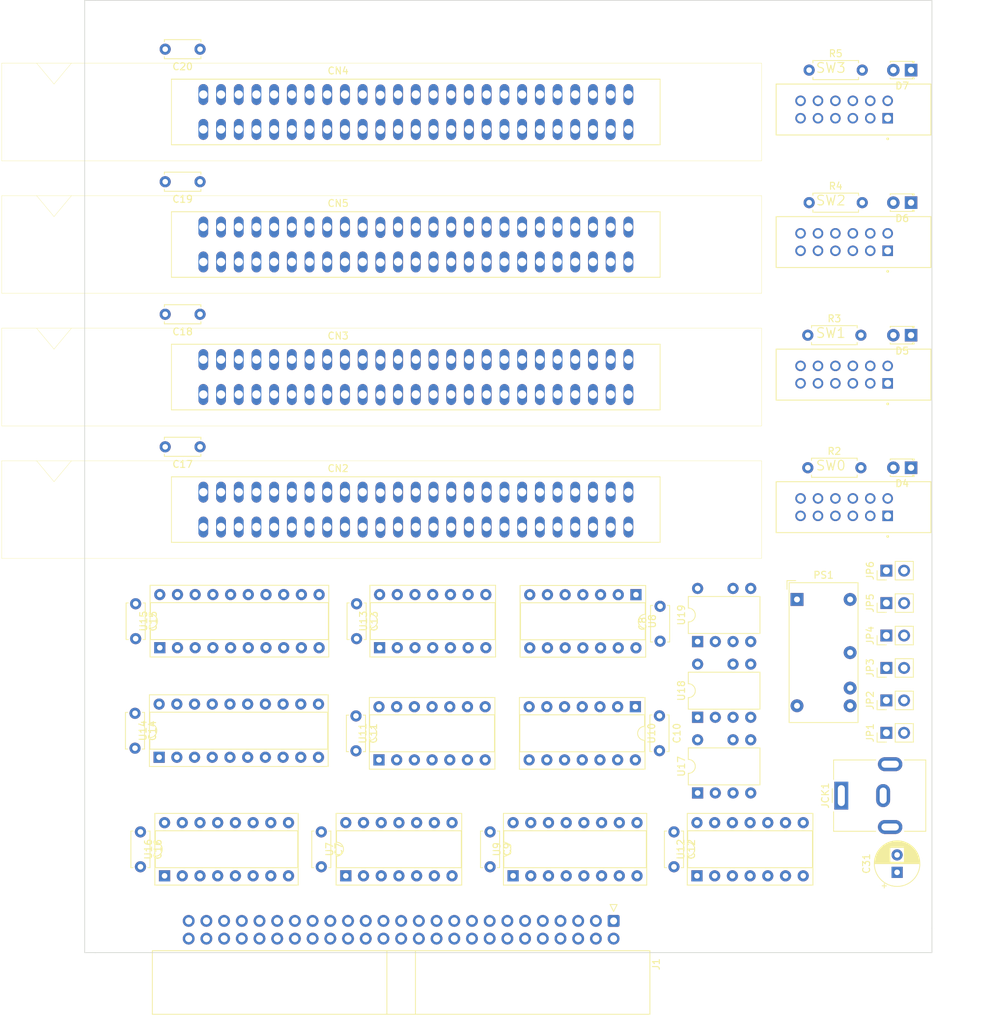
<source format=kicad_pcb>
(kicad_pcb (version 20221018) (generator pcbnew)
  (title_block (title "MSX 4 Slot Expander") (date "2024-02-23") (rev "3") (company "Luis Viña"))
  (layers (0 "F.Cu" signal) (31 "B.Cu" signal) (34 "B.Paste" user) (35 "F.Paste" user) (36 "B.SilkS" user "B.Silkscreen") (37 "F.SilkS" user "F.Silkscreen") (38 "B.Mask" user) (39 "F.Mask" user) (44 "Edge.Cuts" user))
  (net 0 "")
  (net 1 "SW1")
  (net 2 "SW2")
  (net 3 "+12V")
  (net 4 "-12V")
  (net 5 "Earth")
  (net 6 "BXDIR0")
  (net 7 "+12VS0")
  (net 8 "-12VS0")
  (net 9 "BXDIR1")
  (net 10 "SLTX0")
  (net 11 "+12VS1")
  (net 12 "-12VS1")
  (net 13 "BXDIR2")
  (net 14 "+12VS2")
  (net 18 "SLTX1")
  (net 19 "SLTX2")
  (net 20 "SLTX3")
  (net 21 "Net-(JP1-A)")
  (net 22 "Net-(JP2-A)")
  (net 23 "Net-(JP3-A)")
  (net 24 "Net-(JP4-A)")
  (net 25 "-12VS2")
  (net 26 "BXDIR3")
  (net 27 "+12VS3")
  (net 28 "SNDIN")
  (net 29 "-12VS3")
  (net 30 "+5V")
  (net 31 "Net-(PS1-+Vin)")
  (net 33 "Net-(PS1--Vout)")
  (net 34 "Net-(PS1-+Vout)")
  (net 36 "+5VS")
  (net 39 "Net-(CN2-Pin_49)")
  (net 42 "Net-(CN3-Pin_49)")
  (net 45 "Net-(CN4-Pin_49)")
  (net 48 "Net-(CN5-Pin_49)")
  (net 49 "Net-(D4-A)")
  (net 50 "Net-(D5-A)")
  (net 51 "Net-(D6-A)")
  (net 52 "Net-(D7-A)")
  (net 53 "BXCS1")
  (net 54 "BXCS2")
  (net 55 "BXCS12")
  (net 56 "BXRFSH")
  (net 57 "BXWAIT")
  (net 58 "BXINT")
  (net 59 "BXM1")
  (net 60 "BXDIR")
  (net 61 "BXIORQ")
  (net 62 "BXMERQ")
  (net 63 "BXWR")
  (net 64 "BXRD")
  (net 65 "BXRESET")
  (net 66 "BXA9")
  (net 67 "BXA15")
  (net 68 "BXA11")
  (net 69 "BXA10")
  (net 70 "BXA7")
  (net 71 "BXA6")
  (net 72 "BXA12")
  (net 73 "BXA8")
  (net 74 "BXA14")
  (net 75 "BXA13")
  (net 76 "BXA1")
  (net 77 "BXA0")
  (net 78 "BXA3")
  (net 79 "BXA2")
  (net 80 "BXA5")
  (net 81 "BXA4")
  (net 82 "BXD1")
  (net 83 "BXD0")
  (net 84 "BXD3")
  (net 85 "BXD2")
  (net 86 "BXD5")
  (net 87 "BXD4")
  (net 88 "BXD7")
  (net 89 "BXD6")
  (net 90 "BXCLK")
  (net 91 "SW10")
  (net 92 "+5VS0")
  (net 93 "SW20")
  (net 94 "SW11")
  (net 95 "+5VS1")
  (net 96 "SW21")
  (net 97 "SW12")
  (net 98 "+5VS2")
  (net 99 "SW22")
  (net 100 "SW13")
  (net 101 "+5VS3")
  (net 102 "SW23")
  (net 103 "Net-(JP1-B)")
  (net 104 "Net-(JP2-B)")
  (net 105 "Net-(JP3-B)")
  (net 106 "Net-(JP4-B)")
  (net 110 "BXSLTSL")
  (net 111 "BXSLTLS")
  (net 113 "+12VS")
  (net 115 "-12VS")
  (net 126 "Net-(U9A-A0)")
  (net 127 "Net-(U9A-A1)")
  (net 128 "Net-(U9A-O0)")
  (net 129 "Net-(U9A-O1)")
  (net 130 "Net-(U9A-O2)")
  (net 131 "Net-(U9A-O3)")
  (net 132 "Net-(U16-Zb)")
  (net 133 "Net-(U16-Za)")
  (net 134 "Net-(U9B-E)")
  (net 135 "Net-(U10-Pad12)")
  (net 136 "Net-(U15-OEa)")
  (net 137 "Net-(U10-Pad9)")
  (net 138 "Net-(U14-Cp)")
  (net 139 "Net-(U11-Pad1)")
  (net 140 "Net-(U11-Pad2)")
  (net 142 "Net-(U11-Pad13)")
  (net 145 "Net-(U14-Q0)")
  (net 146 "Net-(U14-Q1)")
  (net 147 "Net-(U14-Q2)")
  (net 148 "Net-(U14-Q3)")
  (net 149 "Net-(U14-Q4)")
  (net 150 "Net-(U14-Q5)")
  (net 151 "Net-(U14-Q6)")
  (net 152 "Net-(U14-Q7)")
  (net 153 "+12v")
  (footprint "Package_DIP:DIP-14_W7.62mm_Socket" (layer "F.Cu") (at 102.31 191.3 90)
    (fp_text reference "U13" (at 3.81 -2.33 90) (layer "F.SilkS"))
    (fp_text value "74LS32")
    (pad "1" thru_hole rect (at 0 0 90) (size 1.6 1.6) (drill 0.8) (layers "*.Cu" "*.Mask") (net 110 "BXSLTSL"))
    (pad "2" thru_hole oval (at 0 2.54 90) (size 1.6 1.6) (drill 0.8) (layers "*.Cu" "*.Mask") (net 64 "BXRD"))
    (pad "3" thru_hole oval (at 0 5.08 90) (size 1.6 1.6) (drill 0.8) (layers "*.Cu" "*.Mask") (net 139 "Net-(U11-Pad1)"))
    (pad "4" thru_hole oval (at 0 7.62 90) (size 1.6 1.6) (drill 0.8) (layers "*.Cu" "*.Mask"))
    (pad "5" thru_hole oval (at 0 10.16 90) (size 1.6 1.6) (drill 0.8) (layers "*.Cu" "*.Mask"))
    (pad "6" thru_hole oval (at 0 12.7 90) (size 1.6 1.6) (drill 0.8) (layers "*.Cu" "*.Mask"))
    (pad "7" thru_hole oval (at 0 15.24 90) (size 1.6 1.6) (drill 0.8) (layers "*.Cu" "*.Mask"))
    (pad "8" thru_hole oval (at 7.62 15.24 90) (size 1.6 1.6) (drill 0.8) (layers "*.Cu" "*.Mask"))
    (pad "9" thru_hole oval (at 7.62 12.7 90) (size 1.6 1.6) (drill 0.8) (layers "*.Cu" "*.Mask"))
    (pad "10" thru_hole oval (at 7.62 10.16 90) (size 1.6 1.6) (drill 0.8) (layers "*.Cu" "*.Mask"))
    (pad "11" thru_hole oval (at 7.62 7.62 90) (size 1.6 1.6) (drill 0.8) (layers "*.Cu" "*.Mask"))
    (pad "12" thru_hole oval (at 7.62 5.08 90) (size 1.6 1.6) (drill 0.8) (layers "*.Cu" "*.Mask"))
    (pad "13" thru_hole oval (at 7.62 2.54 90) (size 1.6 1.6) (drill 0.8) (layers "*.Cu" "*.Mask"))
    (pad "14" thru_hole oval (at 7.62 0 90) (size 1.6 1.6) (drill 0.8) (layers "*.Cu" "*.Mask") (net 36 "+5VS"))
  )
  (footprint "Capacitor_THT:C_Disc_D5.0mm_W2.5mm_P5.00mm" (layer "F.Cu") (at 67.31 185 -90)
    (fp_text reference "C15" (at 2.5 -2.5 90) (layer "F.SilkS"))
    (fp_text value "104")
    (pad "1" thru_hole circle (at 0 0 270) (size 1.6 1.6) (drill 0.8) (layers "*.Cu" "*.Mask") (net 36 "+5VS"))
    (pad "2" thru_hole circle (at 5 0 270) (size 1.6 1.6) (drill 0.8) (layers "*.Cu" "*.Mask") (net 5 "Earth"))
  )
  (footprint "Package_DIP:DIP-16_W7.62mm_Socket" (layer "F.Cu") (at 121.46 224 90)
    (fp_text reference "U9" (at 3.81 -2.33 90) (layer "F.SilkS"))
    (fp_text value "74LS139")
    (pad "1" thru_hole rect (at 0 0 90) (size 1.6 1.6) (drill 0.8) (layers "*.Cu" "*.Mask") (net 5 "Earth"))
    (pad "2" thru_hole oval (at 0 2.54 90) (size 1.6 1.6) (drill 0.8) (layers "*.Cu" "*.Mask") (net 126 "Net-(U9A-A0)"))
    (pad "3" thru_hole oval (at 0 5.08 90) (size 1.6 1.6) (drill 0.8) (layers "*.Cu" "*.Mask") (net 127 "Net-(U9A-A1)"))
    (pad "4" thru_hole oval (at 0 7.62 90) (size 1.6 1.6) (drill 0.8) (layers "*.Cu" "*.Mask") (net 128 "Net-(U9A-O0)"))
    (pad "5" thru_hole oval (at 0 10.16 90) (size 1.6 1.6) (drill 0.8) (layers "*.Cu" "*.Mask") (net 129 "Net-(U9A-O1)"))
    (pad "6" thru_hole oval (at 0 12.7 90) (size 1.6 1.6) (drill 0.8) (layers "*.Cu" "*.Mask") (net 130 "Net-(U9A-O2)"))
    (pad "7" thru_hole oval (at 0 15.24 90) (size 1.6 1.6) (drill 0.8) (layers "*.Cu" "*.Mask") (net 131 "Net-(U9A-O3)"))
    (pad "8" thru_hole oval (at 0 17.78 90) (size 1.6 1.6) (drill 0.8) (layers "*.Cu" "*.Mask") (net 5 "Earth"))
    (pad "9" thru_hole oval (at 7.62 17.78 90) (size 1.6 1.6) (drill 0.8) (layers "*.Cu" "*.Mask") (net 24 "Net-(JP4-A)"))
    (pad "10" thru_hole oval (at 7.62 15.24 90) (size 1.6 1.6) (drill 0.8) (layers "*.Cu" "*.Mask") (net 23 "Net-(JP3-A)"))
    (pad "11" thru_hole oval (at 7.62 12.7 90) (size 1.6 1.6) (drill 0.8) (layers "*.Cu" "*.Mask") (net 22 "Net-(JP2-A)"))
    (pad "12" thru_hole oval (at 7.62 10.16 90) (size 1.6 1.6) (drill 0.8) (layers "*.Cu" "*.Mask") (net 21 "Net-(JP1-A)"))
    (pad "13" thru_hole oval (at 7.62 7.62 90) (size 1.6 1.6) (drill 0.8) (layers "*.Cu" "*.Mask") (net 132 "Net-(U16-Zb)"))
    (pad "14" thru_hole oval (at 7.62 5.08 90) (size 1.6 1.6) (drill 0.8) (layers "*.Cu" "*.Mask") (net 133 "Net-(U16-Za)"))
    (pad "15" thru_hole oval (at 7.62 2.54 90) (size 1.6 1.6) (drill 0.8) (layers "*.Cu" "*.Mask") (net 134 "Net-(U9B-E)"))
    (pad "16" thru_hole oval (at 7.62 0 90) (size 1.6 1.6) (drill 0.8) (layers "*.Cu" "*.Mask") (net 36 "+5VS"))
  )
  (footprint "Connector_BarrelJack:BarrelJack_CUI_PJ-063AH_Horizontal" (layer "F.Cu") (at 168.55 212.5 90)
    (fp_text reference "JCK1" (at 0 -2.3 90) (layer "F.SilkS"))
    (fp_text value "+5VDC")
    (pad "" np_thru_hole circle (at 0 9 90) (size 1.6 1.6) (drill 1.6) (layers "*.Cu" "*.Mask"))
    (pad "1" thru_hole rect (at 0 0 90) (size 4 2) (drill oval 3 1) (layers "*.Cu" "*.Mask") (net 31 "Net-(PS1-+Vin)"))
    (pad "2" thru_hole oval (at 0 6 90) (size 3.3 2) (drill oval 2.3 1) (layers "*.Cu" "*.Mask") (net 5 "Earth"))
    (pad "MP" thru_hole oval (at -4.5 7 90) (size 2 3.5) (drill oval 1 2.5) (layers "*.Cu" "*.Mask"))
    (pad "MP" thru_hole oval (at 4.5 7 90) (size 2 3.5) (drill oval 1 2.5) (layers "*.Cu" "*.Mask"))
  )
  (footprint "Capacitor_THT:C_Disc_D5.0mm_W2.5mm_P5.00mm" (layer "F.Cu") (at 142.46 201.06 -90)
    (fp_text reference "C10" (at 2.5 -2.5 90) (layer "F.SilkS"))
    (fp_text value "104")
    (pad "1" thru_hole circle (at 0 0 270) (size 1.6 1.6) (drill 0.8) (layers "*.Cu" "*.Mask") (net 36 "+5VS"))
    (pad "2" thru_hole circle (at 5 0 270) (size 1.6 1.6) (drill 0.8) (layers "*.Cu" "*.Mask") (net 5 "Earth"))
  )
  (footprint "Resistor_THT:R_Axial_DIN0207_L6.3mm_D2.5mm_P7.62mm_Horizontal" (layer "F.Cu") (at 163.93 108.5)
    (fp_text reference "R5" (at 3.81 -2.37) (layer "F.SilkS"))
    (fp_text value "4K7")
    (pad "1" thru_hole circle (at 0 0) (size 1.6 1.6) (drill 0.8) (layers "*.Cu" "*.Mask") (net 36 "+5VS"))
    (pad "2" thru_hole oval (at 7.62 0) (size 1.6 1.6) (drill 0.8) (layers "*.Cu" "*.Mask") (net 52 "Net-(D7-A)"))
  )
  (footprint "Package_DIP:DIP-8-N7_W7.62mm" (layer "F.Cu") (at 147.93 212.12 90)
    (fp_text reference "U17" (at 3.81 -2.33 90) (layer "F.SilkS"))
    (fp_text value "AQH0223")
    (pad "1" thru_hole rect (at 0 0 90) (size 1.6 1.6) (drill 0.8) (layers "*.Cu" "*.Mask") (net 5 "Earth"))
    (pad "2" thru_hole oval (at 0 2.54 90) (size 1.6 1.6) (drill 0.8) (layers "*.Cu" "*.Mask") (net 31 "Net-(PS1-+Vin)"))
    (pad "3" thru_hole oval (at 0 5.08 90) (size 1.6 1.6) (drill 0.8) (layers "*.Cu" "*.Mask") (net 5 "Earth"))
    (pad "4" thru_hole oval (at 0 7.62 90) (size 1.6 1.6) (drill 0.8) (layers "*.Cu" "*.Mask") (net 5 "Earth"))
    (pad "5" thru_hole oval (at 7.62 7.62 90) (size 1.6 1.6) (drill 0.8) (layers "*.Cu" "*.Mask") (net 31 "Net-(PS1-+Vin)"))
    (pad "6" thru_hole oval (at 7.62 5.08 90) (size 1.6 1.6) (drill 0.8) (layers "*.Cu" "*.Mask") (net 30 "+5V"))
    (pad "8" thru_hole oval (at 7.62 0 90) (size 1.6 1.6) (drill 0.8) (layers "*.Cu" "*.Mask") (net 36 "+5VS"))
  )
  (footprint "MSX:Connector EDGE 2x25 2.54mm" (layer "F.Cu") (at 48.1 164.5)
    (fp_text reference "CN2" (at 48.255 1.095) (layer "F.SilkS"))
    (fp_text value "Conn_02x25_Odd_Even_MountingPin")
    (pad "1" thru_hole oval (at 89.9 4.5) (size 1.4 3) (drill 1.2) (layers "*.Cu" "*.Mask") (net 53 "BXCS1"))
    (pad "2" thru_hole oval (at 89.9 9.5) (size 1.4 3) (drill 1.2) (layers "*.Cu" "*.Mask") (net 54 "BXCS2"))
    (pad "3" thru_hole oval (at 87.36 4.5) (size 1.4 3) (drill 1.2) (layers "*.Cu" "*.Mask") (net 55 "BXCS12"))
    (pad "4" thru_hole oval (at 87.36 9.5) (size 1.4 3) (drill 1.2) (layers "*.Cu" "*.Mask") (net 10 "SLTX0"))
    (pad "5" thru_hole oval (at 84.82 4.5) (size 1.4 3) (drill 1.2) (layers "*.Cu" "*.Mask"))
    (pad "6" thru_hole oval (at 84.82 9.5) (size 1.4 3) (drill 1.2) (layers "*.Cu" "*.Mask") (net 56 "BXRFSH"))
    (pad "7" thru_hole oval (at 82.28 4.5) (size 1.4 3) (drill 1.2) (layers "*.Cu" "*.Mask") (net 57 "BXWAIT"))
    (pad "8" thru_hole oval (at 82.28 9.5) (size 1.4 3) (drill 1.2) (layers "*.Cu" "*.Mask") (net 58 "BXINT"))
    (pad "9" thru_hole oval (at 79.74 4.5) (size 1.4 3) (drill 1.2) (layers "*.Cu" "*.Mask") (net 59 "BXM1"))
    (pad "10" thru_hole oval (at 79.74 9.5) (size 1.4 3) (drill 1.2) (layers "*.Cu" "*.Mask") (net 6 "BXDIR0"))
    (pad "11" thru_hole oval (at 77.2 4.5) (size 1.4 3) (drill 1.2) (layers "*.Cu" "*.Mask") (net 61 "BXIORQ"))
    (pad "12" thru_hole oval (at 77.2 9.5) (size 1.4 3) (drill 1.2) (layers "*.Cu" "*.Mask") (net 62 "BXMERQ"))
    (pad "13" thru_hole oval (at 74.66 4.5) (size 1.4 3) (drill 1.2) (layers "*.Cu" "*.Mask") (net 63 "BXWR"))
    (pad "14" thru_hole oval (at 74.66 9.5) (size 1.4 3) (drill 1.2) (layers "*.Cu" "*.Mask") (net 64 "BXRD"))
    (pad "15" thru_hole oval (at 72.12 4.5) (size 1.4 3) (drill 1.2) (layers "*.Cu" "*.Mask") (net 65 "BXRESET"))
    (pad "16" thru_hole oval (at 72.12 9.5) (size 1.4 3) (drill 1.2) (layers "*.Cu" "*.Mask"))
    (pad "17" thru_hole oval (at 69.56 4.5) (size 1.4 3) (drill 1.2) (layers "*.Cu" "*.Mask") (net 66 "BXA9"))
    (pad "18" thru_hole oval (at 69.56 9.5) (size 1.4 3) (drill 1.2) (layers "*.Cu" "*.Mask") (net 67 "BXA15"))
    (pad "19" thru_hole oval (at 67.02 4.5) (size 1.4 3) (drill 1.2) (layers "*.Cu" "*.Mask") (net 68 "BXA11"))
    (pad "20" thru_hole oval (at 67.02 9.5) (size 1.4 3) (drill 1.2) (layers "*.Cu" "*.Mask") (net 69 "BXA10"))
    (pad "21" thru_hole oval (at 64.48 4.5) (size 1.4 3) (drill 1.2) (layers "*.Cu" "*.Mask") (net 70 "BXA7"))
    (pad "22" thru_hole oval (at 64.48 9.5) (size 1.4 3) (drill 1.2) (layers "*.Cu" "*.Mask") (net 71 "BXA6"))
    (pad "23" thru_hole oval (at 61.94 4.5) (size 1.4 3) (drill 1.2) (layers "*.Cu" "*.Mask") (net 72 "BXA12"))
    (pad "24" thru_hole oval (at 61.94 9.5) (size 1.4 3) (drill 1.2) (layers "*.Cu" "*.Mask") (net 73 "BXA8"))
    (pad "25" thru_hole oval (at 59.4 4.5) (size 1.4 3) (drill 1.2) (layers "*.Cu" "*.Mask") (net 74 "BXA14"))
    (pad "26" thru_hole oval (at 59.4 9.5) (size 1.4 3) (drill 1.2) (layers "*.Cu" "*.Mask") (net 75 "BXA13"))
    (pad "27" thru_hole oval (at 56.86 4.5) (size 1.4 3) (drill 1.2) (layers "*.Cu" "*.Mask") (net 76 "BXA1"))
    (pad "28" thru_hole oval (at 56.86 9.5) (size 1.4 3) (drill 1.2) (layers "*.Cu" "*.Mask") (net 77 "BXA0"))
    (pad "29" thru_hole oval (at 54.32 4.55933) (size 1.4 3) (drill 1.2) (layers "*.Cu" "*.Mask") (net 78 "BXA3"))
    (pad "30" thru_hole oval (at 54.32 9.55933) (size 1.4 3) (drill 1.2) (layers "*.Cu" "*.Mask") (net 79 "BXA2"))
    (pad "31" thru_hole oval (at 51.78 4.5) (size 1.4 3) (drill 1.2) (layers "*.Cu" "*.Mask") (net 80 "BXA5"))
    (pad "32" thru_hole oval (at 51.78 9.5) (size 1.4 3) (drill 1.2) (layers "*.Cu" "*.Mask") (net 81 "BXA4"))
    (pad "33" thru_hole oval (at 49.24 4.5) (size 1.4 3) (drill 1.2) (layers "*.Cu" "*.Mask") (net 82 "BXD1"))
    (pad "34" thru_hole oval (at 49.24 9.5) (size 1.4 3) (drill 1.2) (layers "*.Cu" "*.Mask") (net 83 "BXD0"))
    (pad "35" thru_hole oval (at 46.7 4.5) (size 1.4 3) (drill 1.2) (layers "*.Cu" "*.Mask") (net 84 "BXD3"))
    (pad "36" thru_hole oval (at 46.7 9.5) (size 1.4 3) (drill 1.2) (layers "*.Cu" "*.Mask") (net 85 "BXD2"))
    (pad "37" thru_hole oval (at 44.16 4.5) (size 1.4 3) (drill 1.2) (layers "*.Cu" "*.Mask") (net 86 "BXD5"))
    (pad "38" thru_hole oval (at 44.16 9.5) (size 1.4 3) (drill 1.2) (layers "*.Cu" "*.Mask") (net 87 "BXD4"))
    (pad "39" thru_hole oval (at 41.62 4.5) (size 1.4 3) (drill 1.2) (layers "*.Cu" "*.Mask") (net 88 "BXD7"))
    (pad "40" thru_hole oval (at 41.62 9.5) (size 1.4 3) (drill 1.2) (layers "*.Cu" "*.Mask") (net 89 "BXD6"))
    (pad "41" thru_hole oval (at 39.08 4.5) (size 1.4 3) (drill 1.2) (layers "*.Cu" "*.Mask") (net 5 "Earth"))
    (pad "42" thru_hole oval (at 39.08 9.5) (size 1.4 3) (drill 1.2) (layers "*.Cu" "*.Mask") (net 90 "BXCLK"))
    (pad "43" thru_hole oval (at 36.54 4.5) (size 1.4 3) (drill 1.2) (layers "*.Cu" "*.Mask") (net 5 "Earth"))
    (pad "44" thru_hole oval (at 36.54 9.5) (size 1.4 3) (drill 1.2) (layers "*.Cu" "*.Mask") (net 91 "SW10"))
    (pad "45" thru_hole oval (at 34 4.5) (size 1.4 3) (drill 1.2) (layers "*.Cu" "*.Mask") (net 92 "+5VS0"))
    (pad "46" thru_hole oval (at 34 9.5) (size 1.4 3) (drill 1.2) (layers "*.Cu" "*.Mask") (net 93 "SW20"))
    (pad "47" thru_hole oval (at 31.46 4.5) (size 1.4 3) (drill 1.2) (layers "*.Cu" "*.Mask") (net 92 "+5VS0"))
    (pad "48" thru_hole oval (at 31.46 9.5) (size 1.4 3) (drill 1.2) (layers "*.Cu" "*.Mask") (net 7 "+12VS0"))
    (pad "49" thru_hole oval (at 28.92 4.5) (size 1.4 3) (drill 1.2) (layers "*.Cu" "*.Mask") (net 39 "Net-(CN2-Pin_49)"))
    (pad "50" thru_hole oval (at 28.92 9.5) (size 1.4 3) (drill 1.2) (layers "*.Cu" "*.Mask") (net 8 "-12VS0"))
  )
  (footprint "Package_DIP:DIP-14_W7.62mm_Socket" (layer "F.Cu") (at 97.46 224 90)
    (fp_text reference "U7" (at 3.81 -2.33 90) (layer "F.SilkS"))
    (fp_text value "74LS30")
    (pad "1" thru_hole rect (at 0 0 90) (size 1.6 1.6) (drill 0.8) (layers "*.Cu" "*.Mask") (net 69 "BXA10"))
    (pad "2" thru_hole oval (at 0 2.54 90) (size 1.6 1.6) (drill 0.8) (layers "*.Cu" "*.Mask") (net 68 "BXA11"))
    (pad "3" thru_hole oval (at 0 5.08 90) (size 1.6 1.6) (drill 0.8) (layers "*.Cu" "*.Mask") (net 71 "BXA6"))
    (pad "4" thru_hole oval (at 0 7.62 90) (size 1.6 1.6) (drill 0.8) (layers "*.Cu" "*.Mask") (net 70 "BXA7"))
    (pad "5" thru_hole oval (at 0 10.16 90) (size 1.6 1.6) (drill 0.8) (layers "*.Cu" "*.Mask") (net 73 "BXA8"))
    (pad "6" thru_hole oval (at 0 12.7 90) (size 1.6 1.6) (drill 0.8) (layers "*.Cu" "*.Mask") (net 72 "BXA12"))
    (pad "7" thru_hole oval (at 0 15.24 90) (size 1.6 1.6) (drill 0.8) (layers "*.Cu" "*.Mask") (net 5 "Earth"))
    (pad "8" thru_hole oval (at 7.62 15.24 90) (size 1.6 1.6) (drill 0.8) (layers "*.Cu" "*.Mask") (net 126 "Net-(U9A-A0)"))
    (pad "9" thru_hole oval (at 7.62 12.7 90) (size 1.6 1.6) (drill 0.8) (layers "*.Cu" "*.Mask"))
    (pad "10" thru_hole oval (at 7.62 10.16 90) (size 1.6 1.6) (drill 0.8) (layers "*.Cu" "*.Mask"))
    (pad "11" thru_hole oval (at 7.62 7.62 90) (size 1.6 1.6) (drill 0.8) (layers "*.Cu" "*.Mask") (net 66 "BXA9"))
    (pad "12" thru_hole oval (at 7.62 5.08 90) (size 1.6 1.6) (drill 0.8) (layers "*.Cu" "*.Mask") (net 67 "BXA15"))
    (pad "13" thru_hole oval (at 7.62 2.54 90) (size 1.6 1.6) (drill 0.8) (layers "*.Cu" "*.Mask"))
    (pad "14" thru_hole oval (at 7.62 0 90) (size 1.6 1.6) (drill 0.8) (layers "*.Cu" "*.Mask") (net 36 "+5VS"))
  )
  (footprint "Capacitor_THT:C_Disc_D5.0mm_W2.5mm_P5.00mm" (layer "F.Cu") (at 76.55 162.5 180)
    (fp_text reference "C17" (at 2.5 -2.5) (layer "F.SilkS"))
    (fp_text value "104")
    (pad "1" thru_hole circle (at 0 0 180) (size 1.6 1.6) (drill 0.8) (layers "*.Cu" "*.Mask") (net 39 "Net-(CN2-Pin_49)"))
    (pad "2" thru_hole circle (at 5 0 180) (size 1.6 1.6) (drill 0.8) (layers "*.Cu" "*.Mask") (net 28 "SNDIN"))
  )
  (footprint "Package_DIP:DIP-8-N7_W7.62mm" (layer "F.Cu") (at 147.93 190.42 90)
    (fp_text reference "U19" (at 3.81 -2.33 90) (layer "F.SilkS"))
    (fp_text value "AQH0223")
    (pad "1" thru_hole rect (at 0 0 90) (size 1.6 1.6) (drill 0.8) (layers "*.Cu" "*.Mask") (net 5 "Earth"))
    (pad "2" thru_hole oval (at 0 2.54 90) (size 1.6 1.6) (drill 0.8) (layers "*.Cu" "*.Mask") (net 31 "Net-(PS1-+Vin)"))
    (pad "3" thru_hole oval (at 0 5.08 90) (size 1.6 1.6) (drill 0.8) (layers "*.Cu" "*.Mask") (net 5 "Earth"))
    (pad "4" thru_hole oval (at 0 7.62 90) (size 1.6 1.6) (drill 0.8) (layers "*.Cu" "*.Mask") (net 5 "Earth"))
    (pad "5" thru_hole oval (at 7.62 7.62 90) (size 1.6 1.6) (drill 0.8) (layers "*.Cu" "*.Mask") (net 33 "Net-(PS1--Vout)"))
    (pad "6" thru_hole oval (at 7.62 5.08 90) (size 1.6 1.6) (drill 0.8) (layers "*.Cu" "*.Mask") (net 4 "-12V"))
    (pad "8" thru_hole oval (at 7.62 0 90) (size 1.6 1.6) (drill 0.8) (layers "*.Cu" "*.Mask") (net 115 "-12VS"))
  )
  (footprint "Capacitor_THT:C_Disc_D5.0mm_W2.5mm_P5.00mm" (layer "F.Cu") (at 93.9436 217.7 -90)
    (fp_text reference "C7" (at 2.5 -2.5 90) (layer "F.SilkS"))
    (fp_text value "104")
    (pad "1" thru_hole circle (at 0 0 270) (size 1.6 1.6) (drill 0.8) (layers "*.Cu" "*.Mask") (net 36 "+5VS"))
    (pad "2" thru_hole circle (at 5 0 270) (size 1.6 1.6) (drill 0.8) (layers "*.Cu" "*.Mask") (net 5 "Earth"))
  )
  (footprint "Capacitor_THT:C_Disc_D5.0mm_W2.5mm_P5.00mm" (layer "F.Cu") (at 67.22 200.7 -90)
    (fp_text reference "C14" (at 2.5 -2.5 90) (layer "F.SilkS"))
    (fp_text value "104")
    (pad "1" thru_hole circle (at 0 0 270) (size 1.6 1.6) (drill 0.8) (layers "*.Cu" "*.Mask") (net 36 "+5VS"))
    (pad "2" thru_hole circle (at 5 0 270) (size 1.6 1.6) (drill 0.8) (layers "*.Cu" "*.Mask") (net 5 "Earth"))
  )
  (footprint "Package_DIP:DIP-8-N7_W7.62mm" (layer "F.Cu") (at 147.93 201.27 90)
    (fp_text reference "U18" (at 3.81 -2.33 90) (layer "F.SilkS"))
    (fp_text value "AQH0223")
    (pad "1" thru_hole rect (at 0 0 90) (size 1.6 1.6) (drill 0.8) (layers "*.Cu" "*.Mask") (net 5 "Earth"))
    (pad "2" thru_hole oval (at 0 2.54 90) (size 1.6 1.6) (drill 0.8) (layers "*.Cu" "*.Mask") (net 31 "Net-(PS1-+Vin)"))
    (pad "3" thru_hole oval (at 0 5.08 90) (size 1.6 1.6) (drill 0.8) (layers "*.Cu" "*.Mask") (net 5 "Earth"))
    (pad "4" thru_hole oval (at 0 7.62 90) (size 1.6 1.6) (drill 0.8) (layers "*.Cu" "*.Mask") (net 5 "Earth"))
    (pad "5" thru_hole oval (at 7.62 7.62 90) (size 1.6 1.6) (drill 0.8) (layers "*.Cu" "*.Mask") (net 34 "Net-(PS1-+Vout)"))
    (pad "6" thru_hole oval (at 7.62 5.08 90) (size 1.6 1.6) (drill 0.8) (layers "*.Cu" "*.Mask") (net 153 "+12v"))
    (pad "8" thru_hole oval (at 7.62 0 90) (size 1.6 1.6) (drill 0.8) (layers "*.Cu" "*.Mask") (net 113 "+12VS"))
  )
  (footprint "Resistor_THT:R_Axial_DIN0207_L6.3mm_D2.5mm_P7.62mm_Horizontal" (layer "F.Cu") (at 163.74 146.5)
    (fp_text reference "R3" (at 3.81 -2.37) (layer "F.SilkS"))
    (fp_text value "4K7")
    (pad "1" thru_hole circle (at 0 0) (size 1.6 1.6) (drill 0.8) (layers "*.Cu" "*.Mask") (net 36 "+5VS"))
    (pad "2" thru_hole oval (at 7.62 0) (size 1.6 1.6) (drill 0.8) (layers "*.Cu" "*.Mask") (net 50 "Net-(D5-A)"))
  )
  (footprint "Package_DIP:DIP-14_W7.62mm_Socket" (layer "F.Cu") (at 139.09 183.7 -90)
    (fp_text reference "U8" (at 3.81 -2.33 90) (layer "F.SilkS"))
    (fp_text value "74LS30")
    (pad "1" thru_hole rect (at 0 0 270) (size 1.6 1.6) (drill 0.8) (layers "*.Cu" "*.Mask") (net 77 "BXA0"))
    (pad "2" thru_hole oval (at 0 2.54 270) (size 1.6 1.6) (drill 0.8) (layers "*.Cu" "*.Mask") (net 76 "BXA1"))
    (pad "3" thru_hole oval (at 0 5.08 270) (size 1.6 1.6) (drill 0.8) (layers "*.Cu" "*.Mask") (net 79 "BXA2"))
    (pad "4" thru_hole oval (at 0 7.62 270) (size 1.6 1.6) (drill 0.8) (layers "*.Cu" "*.Mask") (net 78 "BXA3"))
    (pad "5" thru_hole oval (at 0 10.16 270) (size 1.6 1.6) (drill 0.8) (layers "*.Cu" "*.Mask") (net 81 "BXA4"))
    (pad "6" thru_hole oval (at 0 12.7 270) (size 1.6 1.6) (drill 0.8) (layers "*.Cu" "*.Mask") (net 80 "BXA5"))
    (pad "7" thru_hole oval (at 0 15.24 270) (size 1.6 1.6) (drill 0.8) (layers "*.Cu" "*.Mask") (net 5 "Earth"))
    (pad "8" thru_hole oval (at 7.62 15.24 270) (size 1.6 1.6) (drill 0.8) (layers "*.Cu" "*.Mask") (net 127 "Net-(U9A-A1)"))
    (pad "9" thru_hole oval (at 7.62 12.7 270) (size 1.6 1.6) (drill 0.8) (layers "*.Cu" "*.Mask"))
    (pad "10" thru_hole oval (at 7.62 10.16 270) (size 1.6 1.6) (drill 0.8) (layers "*.Cu" "*.Mask"))
    (pad "11" thru_hole oval (at 7.62 7.62 270) (size 1.6 1.6) (drill 0.8) (layers "*.Cu" "*.Mask") (net 74 "BXA14"))
    (pad "12" thru_hole oval (at 7.62 5.08 270) (size 1.6 1.6) (drill 0.8) (layers "*.Cu" "*.Mask") (net 75 "BXA13"))
    (pad "13" thru_hole oval (at 7.62 2.54 270) (size 1.6 1.6) (drill 0.8) (layers "*.Cu" "*.Mask"))
    (pad "14" thru_hole oval (at 7.62 0 270) (size 1.6 1.6) (drill 0.8) (layers "*.Cu" "*.Mask") (net 36 "+5VS"))
  )
  (footprint "Package_DIP:DIP-16_W7.62mm_Socket" (layer "F.Cu") (at 71.46 224 90)
    (fp_text reference "U16" (at 3.81 -2.33 90) (layer "F.SilkS"))
    (fp_text value "74LS153")
    (pad "1" thru_hole rect (at 0 0 90) (size 1.6 1.6) (drill 0.8) (layers "*.Cu" "*.Mask") (net 5 "Earth"))
    (pad "2" thru_hole oval (at 0 2.54 90) (size 1.6 1.6) (drill 0.8) (layers "*.Cu" "*.Mask") (net 67 "BXA15"))
    (pad "3" thru_hole oval (at 0 5.08 90) (size 1.6 1.6) (drill 0.8) (layers "*.Cu" "*.Mask") (net 151 "Net-(U14-Q6)"))
    (pad "4" thru_hole oval (at 0 7.62 90) (size 1.6 1.6) (drill 0.8) (layers "*.Cu" "*.Mask") (net 149 "Net-(U14-Q4)"))
    (pad "5" thru_hole oval (at 0 10.16 90) (size 1.6 1.6) (drill 0.8) (layers "*.Cu" "*.Mask") (net 147 "Net-(U14-Q2)"))
    (pad "6" thru_hole oval (at 0 12.7 90) (size 1.6 1.6) (drill 0.8) (layers "*.Cu" "*.Mask") (net 145 "Net-(U14-Q0)"))
    (pad "7" thru_hole oval (at 0 15.24 90) (size 1.6 1.6) (drill 0.8) (layers "*.Cu" "*.Mask") (net 133 "Net-(U16-Za)"))
    (pad "8" thru_hole oval (at 0 17.78 90) (size 1.6 1.6) (drill 0.8) (layers "*.Cu" "*.Mask") (net 5 "Earth"))
    (pad "9" thru_hole oval (at 7.62 17.78 90) (size 1.6 1.6) (drill 0.8) (layers "*.Cu" "*.Mask") (net 132 "Net-(U16-Zb)"))
    (pad "10" thru_hole oval (at 7.62 15.24 90) (size 1.6 1.6) (drill 0.8) (layers "*.Cu" "*.Mask") (net 146 "Net-(U14-Q1)"))
    (pad "11" thru_hole oval (at 7.62 12.7 90) (size 1.6 1.6) (drill 0.8) (layers "*.Cu" "*.Mask") (net 148 "Net-(U14-Q3)"))
    (pad "12" thru_hole oval (at 7.62 10.16 90) (size 1.6 1.6) (drill 0.8) (layers "*.Cu" "*.Mask") (net 150 "Net-(U14-Q5)"))
    (pad "13" thru_hole oval (at 7.62 7.62 90) (size 1.6 1.6) (drill 0.8) (layers "*.Cu" "*.Mask") (net 152 "Net-(U14-Q7)"))
    (pad "14" thru_hole oval (at 7.62 5.08 90) (size 1.6 1.6) (drill 0.8) (layers "*.Cu" "*.Mask") (net 74 "BXA14"))
    (pad "15" thru_hole oval (at 7.62 2.54 90) (size 1.6 1.6) (drill 0.8) (layers "*.Cu" "*.Mask") (net 5 "Earth"))
    (pad "16" thru_hole oval (at 7.62 0 90) (size 1.6 1.6) (drill 0.8) (layers "*.Cu" "*.Mask") (net 36 "+5VS"))
  )
  (footprint "PBH4UEENAGX:SW_PBH4UEENAGX" (layer "F.Cu") (at 168.95 114.15)
    (fp_text reference "SW3" (at -1.905 -5.969) (layer "F.SilkS") (effects (font (size 1.4 1.4))))
    (fp_text value "PBH4UEENAGX")
    (pad "1" thru_hole rect (at 6.25 1.25) (size 1.508 1.508) (drill 1) (layers "*.Cu" "*.Mask"))
    (pad "2" thru_hole circle (at 3.75 1.25) (size 1.508 1.508) (drill 1) (layers "*.Cu" "*.Mask") (net 24 "Net-(JP4-A)"))
    (pad "3" thru_hole circle (at 1.25 1.25) (size 1.508 1.508) (drill 1) (layers "*.Cu" "*.Mask") (net 20 "SLTX3"))
    (pad "4" thru_hole circle (at -1.25 1.25) (size 1.508 1.508) (drill 1) (layers "*.Cu" "*.Mask"))
    (pad "5" thru_hole circle (at -3.75 1.25) (size 1.508 1.508) (drill 1) (layers "*.Cu" "*.Mask") (net 36 "+5VS"))
    (pad "6" thru_hole circle (at -6.25 1.25) (size 1.508 1.508) (drill 1) (layers "*.Cu" "*.Mask") (net 101 "+5VS3"))
    (pad "7" thru_hole circle (at 6.25 -1.25) (size 1.508 1.508) (drill 1) (layers "*.Cu" "*.Mask"))
    (pad "8" thru_hole circle (at 3.75 -1.25) (size 1.508 1.508) (drill 1) (layers "*.Cu" "*.Mask") (net 113 "+12VS"))
    (pad "9" thru_hole circle (at 1.25 -1.25) (size 1.508 1.508) (drill 1) (layers "*.Cu" "*.Mask") (net 27 "+12VS3"))
    (pad "10" thru_hole circle (at -1.25 -1.25) (size 1.508 1.508) (drill 1) (layers "*.Cu" "*.Mask"))
    (pad "11" thru_hole circle (at -3.75 -1.25) (size 1.508 1.508) (drill 1) (layers "*.Cu" "*.Mask") (net 115 "-12VS"))
    (pad "12" thru_hole circle (at -6.25 -1.25) (size 1.508 1.508) (drill 1) (layers "*.Cu" "*.Mask") (net 29 "-12VS3"))
  )
  (footprint "Capacitor_THT:C_Disc_D5.0mm_W2.5mm_P5.00mm" (layer "F.Cu") (at 76.55 143.5 180)
    (fp_text reference "C18" (at 2.5 -2.5) (layer "F.SilkS"))
    (fp_text value "104")
    (pad "1" thru_hole circle (at 0 0 180) (size 1.6 1.6) (drill 0.8) (layers "*.Cu" "*.Mask") (net 42 "Net-(CN3-Pin_49)"))
    (pad "2" thru_hole circle (at 5 0 180) (size 1.6 1.6) (drill 0.8) (layers "*.Cu" "*.Mask") (net 28 "SNDIN"))
  )
  (footprint "Package_DIP:DIP-14_W7.62mm_Socket" (layer "F.Cu") (at 147.84 224 90)
    (fp_text reference "U12" (at 3.81 -2.33 90) (layer "F.SilkS"))
    (fp_text value "74LS08")
    (pad "1" thru_hole rect (at 0 0 90) (size 1.6 1.6) (drill 0.8) (layers "*.Cu" "*.Mask") (net 9 "BXDIR1"))
    (pad "2" thru_hole oval (at 0 2.54 90) (size 1.6 1.6) (drill 0.8) (layers "*.Cu" "*.Mask") (net 6 "BXDIR0"))
    (pad "3" thru_hole oval (at 0 5.08 90) (size 1.6 1.6) (drill 0.8) (layers "*.Cu" "*.Mask") (net 142 "Net-(U11-Pad13)"))
    (pad "4" thru_hole oval (at 0 7.62 90) (size 1.6 1.6) (drill 0.8) (layers "*.Cu" "*.Mask") (net 26 "BXDIR3"))
    (pad "5" thru_hole oval (at 0 10.16 90) (size 1.6 1.6) (drill 0.8) (layers "*.Cu" "*.Mask") (net 13 "BXDIR2"))
    (pad "6" thru_hole oval (at 0 12.7 90) (size 1.6 1.6) (drill 0.8) (layers "*.Cu" "*.Mask") (net 140 "Net-(U11-Pad2)"))
    (pad "7" thru_hole oval (at 0 15.24 90) (size 1.6 1.6) (drill 0.8) (layers "*.Cu" "*.Mask"))
    (pad "8" thru_hole oval (at 7.62 15.24 90) (size 1.6 1.6) (drill 0.8) (layers "*.Cu" "*.Mask"))
    (pad "9" thru_hole oval (at 7.62 12.7 90) (size 1.6 1.6) (drill 0.8) (layers "*.Cu" "*.Mask"))
    (pad "10" thru_hole oval (at 7.62 10.16 90) (size 1.6 1.6) (drill 0.8) (layers "*.Cu" "*.Mask"))
    (pad "11" thru_hole oval (at 7.62 7.62 90) (size 1.6 1.6) (drill 0.8) (layers "*.Cu" "*.Mask"))
    (pad "12" thru_hole oval (at 7.62 5.08 90) (size 1.6 1.6) (drill 0.8) (layers "*.Cu" "*.Mask"))
    (pad "13" thru_hole oval (at 7.62 2.54 90) (size 1.6 1.6) (drill 0.8) (layers "*.Cu" "*.Mask"))
    (pad "14" thru_hole oval (at 7.62 0 90) (size 1.6 1.6) (drill 0.8) (layers "*.Cu" "*.Mask") (net 36 "+5VS"))
  )
  (footprint "Connector_PinHeader_2.54mm:PinHeader_1x02_P2.54mm_Vertical" (layer "F.Cu") (at 175.01 180.25 90)
    (fp_text reference "JP6" (at 0 -2.33 90) (layer "F.SilkS"))
    (fp_text value "SCC2")
    (pad "1" thru_hole rect (at 0 0 90) (size 1.7 1.7) (drill 1) (layers "*.Cu" "*.Mask") (net 105 "Net-(JP3-B)"))
    (pad "2" thru_hole oval (at 0 2.54 90) (size 1.7 1.7) (drill 1) (layers "*.Cu" "*.Mask") (net 106 "Net-(JP4-B)"))
  )
  (footprint "Package_DIP:DIP-20_W7.62mm_Socket" (layer "F.Cu") (at 70.68 207 90)
    (fp_text reference "U14" (at 3.81 -2.33 90) (layer "F.SilkS"))
    (fp_text value "74LS273")
    (pad "1" thru_hole rect (at 0 0 90) (size 1.6 1.6) (drill 0.8) (layers "*.Cu" "*.Mask") (net 65 "BXRESET"))
    (pad "2" thru_hole oval (at 0 2.54 90) (size 1.6 1.6) (drill 0.8) (layers "*.Cu" "*.Mask") (net 145 "Net-(U14-Q0)"))
    (pad "3" thru_hole oval (at 0 5.08 90) (size 1.6 1.6) (drill 0.8) (layers "*.Cu" "*.Mask") (net 83 "BXD0"))
    (pad "4" thru_hole oval (at 0 7.62 90) (size 1.6 1.6) (drill 0.8) (layers "*.Cu" "*.Mask") (net 82 "BXD1"))
    (pad "5" thru_hole oval (at 0 10.16 90) (size 1.6 1.6) (drill 0.8) (layers "*.Cu" "*.Mask") (net 146 "Net-(U14-Q1)"))
    (pad "6" thru_hole oval (at 0 12.7 90) (size 1.6 1.6) (drill 0.8) (layers "*.Cu" "*.Mask") (net 147 "Net-(U14-Q2)"))
    (pad "7" thru_hole oval (at 0 15.24 90) (size 1.6 1.6) (drill 0.8) (layers "*.Cu" "*.Mask") (net 85 "BXD2"))
    (pad "8" thru_hole oval (at 0 17.78 90) (size 1.6 1.6) (drill 0.8) (layers "*.Cu" "*.Mask") (net 84 "BXD3"))
    (pad "9" thru_hole oval (at 0 20.32 90) (size 1.6 1.6) (drill 0.8) (layers "*.Cu" "*.Mask") (net 148 "Net-(U14-Q3)"))
    (pad "10" thru_hole oval (at 0 22.86 90) (size 1.6 1.6) (drill 0.8) (layers "*.Cu" "*.Mask") (net 5 "Earth"))
    (pad "11" thru_hole oval (at 7.62 22.86 90) (size 1.6 1.6) (drill 0.8) (layers "*.Cu" "*.Mask") (net 138 "Net-(U14-Cp)"))
    (pad "12" thru_hole oval (at 7.62 20.32 90) (size 1.6 1.6) (drill 0.8) (layers "*.Cu" "*.Mask") (net 149 "Net-(U14-Q4)"))
    (pad "13" thru_hole oval (at 7.62 17.78 90) (size 1.6 1.6) (drill 0.8) (layers "*.Cu" "*.Mask") (net 87 "BXD4"))
    (pad "14" thru_hole oval (at 7.62 15.24 90) (size 1.6 1.6) (drill 0.8) (layers "*.Cu" "*.Mask") (net 86 "BXD5"))
    (pad "15" thru_hole oval (at 7.62 12.7 90) (size 1.6 1.6) (drill 0.8) (layers "*.Cu" "*.Mask") (net 150 "Net-(U14-Q5)"))
    (pad "16" thru_hole oval (at 7.62 10.16 90) (size 1.6 1.6) (drill 0.8) (layers "*.Cu" "*.Mask") (net 151 "Net-(U14-Q6)"))
    (pad "17" thru_hole oval (at 7.62 7.62 90) (size 1.6 1.6) (drill 0.8) (layers "*.Cu" "*.Mask") (net 89 "BXD6"))
    (pad "18" thru_hole oval (at 7.62 5.08 90) (size 1.6 1.6) (drill 0.8) (layers "*.Cu" "*.Mask") (net 88 "BXD7"))
    (pad "19" thru_hole oval (at 7.62 2.54 90) (size 1.6 1.6) (drill 0.8) (layers "*.Cu" "*.Mask") (net 152 "Net-(U14-Q7)"))
    (pad "20" thru_hole oval (at 7.62 0 90) (size 1.6 1.6) (drill 0.8) (layers "*.Cu" "*.Mask") (net 36 "+5VS"))
  )
  (footprint "MSX:Connector EDGE 2x25 2.54mm" (layer "F.Cu") (at 48.1 126.5)
    (fp_text reference "CN5" (at 48.255 1.095) (layer "F.SilkS"))
    (fp_text value "Conn_02x25_Odd_Even_MountingPin")
    (pad "1" thru_hole oval (at 89.9 4.5) (size 1.4 3) (drill 1.2) (layers "*.Cu" "*.Mask") (net 53 "BXCS1"))
    (pad "2" thru_hole oval (at 89.9 9.5) (size 1.4 3) (drill 1.2) (layers "*.Cu" "*.Mask") (net 54 "BXCS2"))
    (pad "3" thru_hole oval (at 87.36 4.5) (size 1.4 3) (drill 1.2) (layers "*.Cu" "*.Mask") (net 55 "BXCS12"))
    (pad "4" thru_hole oval (at 87.36 9.5) (size 1.4 3) (drill 1.2) (layers "*.Cu" "*.Mask") (net 20 "SLTX3"))
    (pad "5" thru_hole oval (at 84.82 4.5) (size 1.4 3) (drill 1.2) (layers "*.Cu" "*.Mask"))
    (pad "6" thru_hole oval (at 84.82 9.5) (size 1.4 3) (drill 1.2) (layers "*.Cu" "*.Mask") (net 56 "BXRFSH"))
    (pad "7" thru_hole oval (at 82.28 4.5) (size 1.4 3) (drill 1.2) (layers "*.Cu" "*.Mask") (net 57 "BXWAIT"))
    (pad "8" thru_hole oval (at 82.28 9.5) (size 1.4 3) (drill 1.2) (layers "*.Cu" "*.Mask") (net 58 "BXINT"))
    (pad "9" thru_hole oval (at 79.74 4.5) (size 1.4 3) (drill 1.2) (layers "*.Cu" "*.Mask") (net 59 "BXM1"))
    (pad "10" thru_hole oval (at 79.74 9.5) (size 1.4 3) (drill 1.2) (layers "*.Cu" "*.Mask") (net 26 "BXDIR3"))
    (pad "11" thru_hole oval (at 77.2 4.5) (size 1.4 3) (drill 1.2) (layers "*.Cu" "*.Mask") (net 61 "BXIORQ"))
    (pad "12" thru_hole oval (at 77.2 9.5) (size 1.4 3) (drill 1.2) (layers "*.Cu" "*.Mask") (net 62 "BXMERQ"))
    (pad "13" thru_hole oval (at 74.66 4.5) (size 1.4 3) (drill 1.2) (layers "*.Cu" "*.Mask") (net 63 "BXWR"))
    (pad "14" thru_hole oval (at 74.66 9.5) (size 1.4 3) (drill 1.2) (layers "*.Cu" "*.Mask") (net 64 "BXRD"))
    (pad "15" thru_hole oval (at 72.12 4.5) (size 1.4 3) (drill 1.2) (layers "*.Cu" "*.Mask") (net 65 "BXRESET"))
    (pad "16" thru_hole oval (at 72.12 9.5) (size 1.4 3) (drill 1.2) (layers "*.Cu" "*.Mask"))
    (pad "17" thru_hole oval (at 69.56 4.5) (size 1.4 3) (drill 1.2) (layers "*.Cu" "*.Mask") (net 66 "BXA9"))
    (pad "18" thru_hole oval (at 69.56 9.5) (size 1.4 3) (drill 1.2) (layers "*.Cu" "*.Mask") (net 67 "BXA15"))
    (pad "19" thru_hole oval (at 67.02 4.5) (size 1.4 3) (drill 1.2) (layers "*.Cu" "*.Mask") (net 68 "BXA11"))
    (pad "20" thru_hole oval (at 67.02 9.5) (size 1.4 3) (drill 1.2) (layers "*.Cu" "*.Mask") (net 69 "BXA10"))
    (pad "21" thru_hole oval (at 64.48 4.5) (size 1.4 3) (drill 1.2) (layers "*.Cu" "*.Mask") (net 70 "BXA7"))
    (pad "22" thru_hole oval (at 64.48 9.5) (size 1.4 3) (drill 1.2) (layers "*.Cu" "*.Mask") (net 71 "BXA6"))
    (pad "23" thru_hole oval (at 61.94 4.5) (size 1.4 3) (drill 1.2) (layers "*.Cu" "*.Mask") (net 72 "BXA12"))
    (pad "24" thru_hole oval (at 61.94 9.5) (size 1.4 3) (drill 1.2) (layers "*.Cu" "*.Mask") (net 73 "BXA8"))
    (pad "25" thru_hole oval (at 59.4 4.5) (size 1.4 3) (drill 1.2) (layers "*.Cu" "*.Mask") (net 74 "BXA14"))
    (pad "26" thru_hole oval (at 59.4 9.5) (size 1.4 3) (drill 1.2) (layers "*.Cu" "*.Mask") (net 75 "BXA13"))
    (pad "27" thru_hole oval (at 56.86 4.5) (size 1.4 3) (drill 1.2) (layers "*.Cu" "*.Mask") (net 76 "BXA1"))
    (pad "28" thru_hole oval (at 56.86 9.5) (size 1.4 3) (drill 1.2) (layers "*.Cu" "*.Mask") (net 77 "BXA0"))
    (pad "29" thru_hole oval (at 54.32 4.55933) (size 1.4 3) (drill 1.2) (layers "*.Cu" "*.Mask") (net 78 "BXA3"))
    (pad "30" thru_hole oval (at 54.32 9.55933) (size 1.4 3) (drill 1.2) (layers "*.Cu" "*.Mask") (net 79 "BXA2"))
    (pad "31" thru_hole oval (at 51.78 4.5) (size 1.4 3) (drill 1.2) (layers "*.Cu" "*.Mask") (net 80 "BXA5"))
    (pad "32" thru_hole oval (at 51.78 9.5) (size 1.4 3) (drill 1.2) (layers "*.Cu" "*.Mask") (net 81 "BXA4"))
    (pad "33" thru_hole oval (at 49.24 4.5) (size 1.4 3) (drill 1.2) (layers "*.Cu" "*.Mask") (net 82 "BXD1"))
    (pad "34" thru_hole oval (at 49.24 9.5) (size 1.4 3) (drill 1.2) (layers "*.Cu" "*.Mask") (net 83 "BXD0"))
    (pad "35" thru_hole oval (at 46.7 4.5) (size 1.4 3) (drill 1.2) (layers "*.Cu" "*.Mask") (net 84 "BXD3"))
    (pad "36" thru_hole oval (at 46.7 9.5) (size 1.4 3) (drill 1.2) (layers "*.Cu" "*.Mask") (net 85 "BXD2"))
    (pad "37" thru_hole oval (at 44.16 4.5) (size 1.4 3) (drill 1.2) (layers "*.Cu" "*.Mask") (net 86 "BXD5"))
    (pad "38" thru_hole oval (at 44.16 9.5) (size 1.4 3) (drill 1.2) (layers "*.Cu" "*.Mask") (net 87 "BXD4"))
    (pad "39" thru_hole oval (at 41.62 4.5) (size 1.4 3) (drill 1.2) (layers "*.Cu" "*.Mask") (net 88 "BXD7"))
    (pad "40" thru_hole oval (at 41.62 9.5) (size 1.4 3) (drill 1.2) (layers "*.Cu" "*.Mask") (net 89 "BXD6"))
    (pad "41" thru_hole oval (at 39.08 4.5) (size 1.4 3) (drill 1.2) (layers "*.Cu" "*.Mask") (net 5 "Earth"))
    (pad "42" thru_hole oval (at 39.08 9.5) (size 1.4 3) (drill 1.2) (layers "*.Cu" "*.Mask") (net 90 "BXCLK"))
    (pad "43" thru_hole oval (at 36.54 4.5) (size 1.4 3) (drill 1.2) (layers "*.Cu" "*.Mask") (net 5 "Earth"))
    (pad "44" thru_hole oval (at 36.54 9.5) (size 1.4 3) (drill 1.2) (layers "*.Cu" "*.Mask") (net 100 "SW13"))
    (pad "45" thru_hole oval (at 34 4.5) (size 1.4 3) (drill 1.2) (layers "*.Cu" "*.Mask") (net 101 "+5VS3"))
    (pad "46" thru_hole oval (at 34 9.5) (size 1.4 3) (drill 1.2) (layers "*.Cu" "*.Mask") (net 102 "SW23"))
    (pad "47" thru_hole oval (at 31.46 4.5) (size 1.4 3) (drill 1.2) (layers "*.Cu" "*.Mask") (net 101 "+5VS3"))
    (pad "48" thru_hole oval (at 31.46 9.5) (size 1.4 3) (drill 1.2) (layers "*.Cu" "*.Mask") (net 27 "+12VS3"))
    (pad "49" thru_hole oval (at 28.92 4.5) (size 1.4 3) (drill 1.2) (layers "*.Cu" "*.Mask") (net 48 "Net-(CN5-Pin_49)"))
    (pad "50" thru_hole oval (at 28.92 9.5) (size 1.4 3) (drill 1.2) (layers "*.Cu" "*.Mask") (net 29 "-12VS3"))
  )
  (footprint "PBH4UEENAGX:SW_PBH4UEENAGX" (layer "F.Cu") (at 168.95 133.15)
    (fp_text reference "SW2" (at -1.905 -5.969) (layer "F.SilkS") (effects (font (size 1.4 1.4))))
    (fp_text value "PBH4UEENAGX")
    (pad "1" thru_hole rect (at 6.25 1.25) (size 1.508 1.508) (drill 1) (layers "*.Cu" "*.Mask"))
    (pad "2" thru_hole circle (at 3.75 1.25) (size 1.508 1.508) (drill 1) (layers "*.Cu" "*.Mask") (net 23 "Net-(JP3-A)"))
    (pad "3" thru_hole circle (at 1.25 1.25) (size 1.508 1.508) (drill 1) (layers "*.Cu" "*.Mask") (net 19 "SLTX2"))
    (pad "4" thru_hole circle (at -1.25 1.25) (size 1.508 1.508) (drill 1) (layers "*.Cu" "*.Mask"))
    (pad "5" thru_hole circle (at -3.75 1.25) (size 1.508 1.508) (drill 1) (layers "*.Cu" "*.Mask") (net 36 "+5VS"))
    (pad "6" thru_hole circle (at -6.25 1.25) (size 1.508 1.508) (drill 1) (layers "*.Cu" "*.Mask") (net 98 "+5VS2"))
    (pad "7" thru_hole circle (at 6.25 -1.25) (size 1.508 1.508) (drill 1) (layers "*.Cu" "*.Mask"))
    (pad "8" thru_hole circle (at 3.75 -1.25) (size 1.508 1.508) (drill 1) (layers "*.Cu" "*.Mask") (net 113 "+12VS"))
    (pad "9" thru_hole circle (at 1.25 -1.25) (size 1.508 1.508) (drill 1) (layers "*.Cu" "*.Mask") (net 14 "+12VS2"))
    (pad "10" thru_hole circle (at -1.25 -1.25) (size 1.508 1.508) (drill 1) (layers "*.Cu" "*.Mask"))
    (pad "11" thru_hole circle (at -3.75 -1.25) (size 1.508 1.508) (drill 1) (layers "*.Cu" "*.Mask") (net 115 "-12VS"))
    (pad "12" thru_hole circle (at -6.25 -1.25) (size 1.508 1.508) (drill 1) (layers "*.Cu" "*.Mask") (net 25 "-12VS2"))
  )
  (footprint "Connector_PinHeader_2.54mm:PinHeader_1x02_P2.54mm_Vertical" (layer "F.Cu") (at 175.01 198.85 90)
    (fp_text reference "JP2" (at 0 -2.33 90) (layer "F.SilkS"))
    (fp_text value "SLOTX1")
    (pad "1" thru_hole rect (at 0 0 90) (size 1.7 1.7) (drill 1) (layers "*.Cu" "*.Mask") (net 22 "Net-(JP2-A)"))
    (pad "2" thru_hole oval (at 0 2.54 90) (size 1.7 1.7) (drill 1) (layers "*.Cu" "*.Mask") (net 104 "Net-(JP2-B)"))
  )
  (footprint "Connector_PinHeader_2.54mm:PinHeader_1x02_P2.54mm_Vertical" (layer "F.Cu") (at 175.01 189.55 90)
    (fp_text reference "JP4" (at 0 -2.33 90) (layer "F.SilkS"))
    (fp_text value "SLOTX3")
    (pad "1" thru_hole rect (at 0 0 90) (size 1.7 1.7) (drill 1) (layers "*.Cu" "*.Mask") (net 24 "Net-(JP4-A)"))
    (pad "2" thru_hole oval (at 0 2.54 90) (size 1.7 1.7) (drill 1) (layers "*.Cu" "*.Mask") (net 106 "Net-(JP4-B)"))
  )
  (footprint "Capacitor_THT:C_Disc_D5.0mm_W2.5mm_P5.00mm" (layer "F.Cu") (at 144.54 217.7 -90)
    (fp_text reference "C12" (at 2.5 -2.5 90) (layer "F.SilkS"))
    (fp_text value "104")
    (pad "1" thru_hole circle (at 0 0 270) (size 1.6 1.6) (drill 0.8) (layers "*.Cu" "*.Mask") (net 36 "+5VS"))
    (pad "2" thru_hole circle (at 5 0 270) (size 1.6 1.6) (drill 0.8) (layers "*.Cu" "*.Mask") (net 5 "Earth"))
  )
  (footprint "Capacitor_THT:C_Disc_D5.0mm_W2.5mm_P5.00mm" (layer "F.Cu") (at 118.16 217.7 -90)
    (fp_text reference "C9" (at 2.5 -2.5 90) (layer "F.SilkS"))
    (fp_text value "104")
    (pad "1" thru_hole circle (at 0 0 270) (size 1.6 1.6) (drill 0.8) (layers "*.Cu" "*.Mask") (net 36 "+5VS"))
    (pad "2" thru_hole circle (at 5 0 270) (size 1.6 1.6) (drill 0.8) (layers "*.Cu" "*.Mask") (net 5 "Earth"))
  )
  (footprint "Capacitor_THT:C_Disc_D5.0mm_W2.5mm_P5.00mm" (layer "F.Cu") (at 68 217.7 -90)
    (fp_text reference "C16" (at 2.5 -2.5 90) (layer "F.SilkS"))
    (fp_text value "104")
    (pad "1" thru_hole circle (at 0 0 270) (size 1.6 1.6) (drill 0.8) (layers "*.Cu" "*.Mask") (net 36 "+5VS"))
    (pad "2" thru_hole circle (at 5 0 270) (size 1.6 1.6) (drill 0.8) (layers "*.Cu" "*.Mask") (net 5 "Earth"))
  )
  (footprint "Converter_DCDC:Converter_DCDC_XP_POWER-IHxxxxD_THT" (layer "F.Cu") (at 162.19 184.38)
    (fp_text reference "PS1" (at 3.81 -3.49) (layer "F.SilkS"))
    (fp_text value "IH0512D")
    (pad "1" thru_hole rect (at 0 0) (size 1.85 1.85) (drill 0.85) (layers "*.Cu" "*.Mask") (net 5 "Earth"))
    (pad "2" thru_hole circle (at 0 15.24) (size 1.85 1.85) (drill 0.85) (layers "*.Cu" "*.Mask"))
    (pad "3" thru_hole circle (at 7.62 0) (size 1.85 1.85) (drill 0.85) (layers "*.Cu" "*.Mask") (net 31 "Net-(PS1-+Vin)"))
    (pad "4" thru_hole circle (at 7.62 7.62) (size 1.85 1.85) (drill 0.85) (layers "*.Cu" "*.Mask") (net 33 "Net-(PS1--Vout)"))
    (pad "5" thru_hole circle (at 7.62 12.7) (size 1.85 1.85) (drill 0.85) (layers "*.Cu" "*.Mask") (net 34 "Net-(PS1-+Vout)"))
    (pad "6" thru_hole circle (at 7.62 15.24) (size 1.85 1.85) (drill 0.85) (layers "*.Cu" "*.Mask") (net 5 "Earth"))
  )
  (footprint "LED_THT:LED_D1.8mm_W3.3mm_H2.4mm" (layer "F.Cu") (at 178.55 146.5 180)
    (fp_text reference "D5" (at 1.27 -2.26) (layer "F.SilkS"))
    (fp_text value "LED")
    (pad "1" thru_hole rect (at 0 0 180) (size 1.8 1.8) (drill 0.9) (layers "*.Cu" "*.Mask") (net 18 "SLTX1"))
    (pad "2" thru_hole circle (at 2.54 0 180) (size 1.8 1.8) (drill 0.9) (layers "*.Cu" "*.Mask") (net 50 "Net-(D5-A)"))
  )
  (footprint "LED_THT:LED_D1.8mm_W3.3mm_H2.4mm" (layer "F.Cu") (at 178.55 127.5 180)
    (fp_text reference "D6" (at 1.27 -2.26) (layer "F.SilkS"))
    (fp_text value "LED")
    (pad "1" thru_hole rect (at 0 0 180) (size 1.8 1.8) (drill 0.9) (layers "*.Cu" "*.Mask") (net 19 "SLTX2"))
    (pad "2" thru_hole circle (at 2.54 0 180) (size 1.8 1.8) (drill 0.9) (layers "*.Cu" "*.Mask") (net 51 "Net-(D6-A)"))
  )
  (footprint "Package_DIP:DIP-14_W7.62mm_Socket" (layer "F.Cu") (at 139 199.76 -90)
    (fp_text reference "U10" (at 3.81 -2.33 90) (layer "F.SilkS"))
    (fp_text value "74LS32")
    (pad "1" thru_hole rect (at 0 0 270) (size 1.6 1.6) (drill 0.8) (layers "*.Cu" "*.Mask") (net 64 "BXRD"))
    (pad "2" thru_hole oval (at 0 2.54 270) (size 1.6 1.6) (drill 0.8) (layers "*.Cu" "*.Mask") (net 135 "Net-(U10-Pad12)"))
    (pad "3" thru_hole oval (at 0 5.08 270) (size 1.6 1.6) (drill 0.8) (layers "*.Cu" "*.Mask") (net 136 "Net-(U15-OEa)"))
    (pad "4" thru_hole oval (at 0 7.62 270) (size 1.6 1.6) (drill 0.8) (layers "*.Cu" "*.Mask") (net 110 "BXSLTSL"))
    (pad "5" thru_hole oval (at 0 10.16 270) (size 1.6 1.6) (drill 0.8) (layers "*.Cu" "*.Mask") (net 128 "Net-(U9A-O0)"))
    (pad "6" thru_hole oval (at 0 12.7 270) (size 1.6 1.6) (drill 0.8) (layers "*.Cu" "*.Mask") (net 135 "Net-(U10-Pad12)"))
    (pad "7" thru_hole oval (at 0 15.24 270) (size 1.6 1.6) (drill 0.8) (layers "*.Cu" "*.Mask") (net 5 "Earth"))
    (pad "8" thru_hole oval (at 7.62 15.24 270) (size 1.6 1.6) (drill 0.8) (layers "*.Cu" "*.Mask") (net 134 "Net-(U9B-E)"))
    (pad "9" thru_hole oval (at 7.62 12.7 270) (size 1.6 1.6) (drill 0.8) (layers "*.Cu" "*.Mask") (net 137 "Net-(U10-Pad9)"))
    (pad "10" thru_hole oval (at 7.62 10.16 270) (size 1.6 1.6) (drill 0.8) (layers "*.Cu" "*.Mask") (net 111 "BXSLTLS"))
    (pad "11" thru_hole oval (at 7.62 7.62 270) (size 1.6 1.6) (drill 0.8) (layers "*.Cu" "*.Mask") (net 138 "Net-(U14-Cp)"))
    (pad "12" thru_hole oval (at 7.62 5.08 270) (size 1.6 1.6) (drill 0.8) (layers "*.Cu" "*.Mask") (net 135 "Net-(U10-Pad12)"))
    (pad "13" thru_hole oval (at 7.62 2.54 270) (size 1.6 1.6) (drill 0.8) (layers "*.Cu" "*.Mask") (net 63 "BXWR"))
    (pad "14" thru_hole oval (at 7.62 0 270) (size 1.6 1.6) (drill 0.8) (layers "*.Cu" "*.Mask") (net 36 "+5VS"))
  )
  (footprint "Resistor_THT:R_Axial_DIN0207_L6.3mm_D2.5mm_P7.62mm_Horizontal" (layer "F.Cu") (at 163.74 165.5)
    (fp_text reference "R2" (at 3.81 -2.37) (layer "F.SilkS"))
    (fp_text value "4K7")
    (pad "1" thru_hole circle (at 0 0) (size 1.6 1.6) (drill 0.8) (layers "*.Cu" "*.Mask") (net 36 "+5VS"))
    (pad "2" thru_hole oval (at 7.62 0) (size 1.6 1.6) (drill 0.8) (layers "*.Cu" "*.Mask") (net 49 "Net-(D4-A)"))
  )
  (footprint "Capacitor_THT:C_Disc_D5.0mm_W2.5mm_P5.00mm" (layer "F.Cu") (at 76.55 105.5 180)
    (fp_text reference "C20" (at 2.5 -2.5) (layer "F.SilkS"))
    (fp_text value "104")
    (pad "1" thru_hole circle (at 0 0 180) (size 1.6 1.6) (drill 0.8) (layers "*.Cu" "*.Mask") (net 48 "Net-(CN5-Pin_49)"))
    (pad "2" thru_hole circle (at 5 0 180) (size 1.6 1.6) (drill 0.8) (layers "*.Cu" "*.Mask") (net 28 "SNDIN"))
  )
  (footprint "Connector_IDC:IDC-Header_2x25_P2.54mm_Horizontal" (layer "F.Cu") (at 135.88 230.46 -90)
    (fp_text reference "J1" (at 6.215 -6.1 90) (layer "F.SilkS"))
    (fp_text value "Conn_02x25_Odd_Even")
    (pad "1" thru_hole roundrect (at 0 0 270) (size 1.7 1.7) (drill 1) (layers "*.Cu" "*.Mask") (roundrect_rratio 0.147059) (net 53 "BXCS1"))
    (pad "2" thru_hole circle (at 2.54 0 270) (size 1.7 1.7) (drill 1) (layers "*.Cu" "*.Mask") (net 54 "BXCS2"))
    (pad "3" thru_hole circle (at 0 2.54 270) (size 1.7 1.7) (drill 1) (layers "*.Cu" "*.Mask") (net 55 "BXCS12"))
    (pad "4" thru_hole circle (at 2.54 2.54 270) (size 1.7 1.7) (drill 1) (layers "*.Cu" "*.Mask") (net 110 "BXSLTSL"))
    (pad "5" thru_hole circle (at 0 5.08 270) (size 1.7 1.7) (drill 1) (layers "*.Cu" "*.Mask"))
    (pad "6" thru_hole circle (at 2.54 5.08 270) (size 1.7 1.7) (drill 1) (layers "*.Cu" "*.Mask") (net 56 "BXRFSH"))
    (pad "7" thru_hole circle (at 0 7.62 270) (size 1.7 1.7) (drill 1) (layers "*.Cu" "*.Mask") (net 57 "BXWAIT"))
    (pad "8" thru_hole circle (at 2.54 7.62 270) (size 1.7 1.7) (drill 1) (layers "*.Cu" "*.Mask") (net 58 "BXINT"))
    (pad "9" thru_hole circle (at 0 10.16 270) (size 1.7 1.7) (drill 1) (layers "*.Cu" "*.Mask") (net 59 "BXM1"))
    (pad "10" thru_hole circle (at 2.54 10.16 270) (size 1.7 1.7) (drill 1) (layers "*.Cu" "*.Mask") (net 60 "BXDIR"))
    (pad "11" thru_hole circle (at 0 12.7 270) (size 1.7 1.7) (drill 1) (layers "*.Cu" "*.Mask") (net 61 "BXIORQ"))
    (pad "12" thru_hole circle (at 2.54 12.7 270) (size 1.7 1.7) (drill 1) (layers "*.Cu" "*.Mask") (net 62 "BXMERQ"))
    (pad "13" thru_hole circle (at 0 15.24 270) (size 1.7 1.7) (drill 1) (layers "*.Cu" "*.Mask") (net 63 "BXWR"))
    (pad "14" thru_hole circle (at 2.54 15.24 270) (size 1.7 1.7) (drill 1) (layers "*.Cu" "*.Mask") (net 64 "BXRD"))
    (pad "15" thru_hole circle (at 0 17.78 270) (size 1.7 1.7) (drill 1) (layers "*.Cu" "*.Mask") (net 65 "BXRESET"))
    (pad "16" thru_hole circle (at 2.54 17.78 270) (size 1.7 1.7) (drill 1) (layers "*.Cu" "*.Mask"))
    (pad "17" thru_hole circle (at 0 20.32 270) (size 1.7 1.7) (drill 1) (layers "*.Cu" "*.Mask") (net 66 "BXA9"))
    (pad "18" thru_hole circle (at 2.54 20.32 270) (size 1.7 1.7) (drill 1) (layers "*.Cu" "*.Mask") (net 67 "BXA15"))
    (pad "19" thru_hole circle (at 0 22.86 270) (size 1.7 1.7) (drill 1) (layers "*.Cu" "*.Mask") (net 68 "BXA11"))
    (pad "20" thru_hole circle (at 2.54 22.86 270) (size 1.7 1.7) (drill 1) (layers "*.Cu" "*.Mask") (net 69 "BXA10"))
    (pad "21" thru_hole circle (at 0 25.4 270) (size 1.7 1.7) (drill 1) (layers "*.Cu" "*.Mask") (net 70 "BXA7"))
    (pad "22" thru_hole circle (at 2.54 25.4 270) (size 1.7 1.7) (drill 1) (layers "*.Cu" "*.Mask") (net 71 "BXA6"))
    (pad "23" thru_hole circle (at 0 27.94 270) (size 1.7 1.7) (drill 1) (layers "*.Cu" "*.Mask") (net 72 "BXA12"))
    (pad "24" thru_hole circle (at 2.54 27.94 270) (size 1.7 1.7) (drill 1) (layers "*.Cu" "*.Mask") (net 73 "BXA8"))
    (pad "25" thru_hole circle (at 0 30.48 270) (size 1.7 1.7) (drill 1) (layers "*.Cu" "*.Mask") (net 74 "BXA14"))
    (pad "26" thru_hole circle (at 2.54 30.48 270) (size 1.7 1.7) (drill 1) (layers "*.Cu" "*.Mask") (net 75 "BXA13"))
    (pad "27" thru_hole circle (at 0 33.02 270) (size 1.7 1.7) (drill 1) (layers "*.Cu" "*.Mask") (net 76 "BXA1"))
    (pad "28" thru_hole circle (at 2.54 33.02 270) (size 1.7 1.7) (drill 1) (layers "*.Cu" "*.Mask") (net 77 "BXA0"))
    (pad "29" thru_hole circle (at 0 35.56 270) (size 1.7 1.7) (drill 1) (layers "*.Cu" "*.Mask") (net 78 "BXA3"))
    (pad "30" thru_hole circle (at 2.54 35.56 270) (size 1.7 1.7) (drill 1) (layers "*.Cu" "*.Mask") (net 79 "BXA2"))
    (pad "31" thru_hole circle (at 0 38.1 270) (size 1.7 1.7) (drill 1) (layers "*.Cu" "*.Mask") (net 80 "BXA5"))
    (pad "32" thru_hole circle (at 2.54 38.1 270) (size 1.7 1.7) (drill 1) (layers "*.Cu" "*.Mask") (net 81 "BXA4"))
    (pad "33" thru_hole circle (at 0 40.64 270) (size 1.7 1.7) (drill 1) (layers "*.Cu" "*.Mask") (net 82 "BXD1"))
    (pad "34" thru_hole circle (at 2.54 40.64 270) (size 1.7 1.7) (drill 1) (layers "*.Cu" "*.Mask") (net 83 "BXD0"))
    (pad "35" thru_hole circle (at 0 43.18 270) (size 1.7 1.7) (drill 1) (layers "*.Cu" "*.Mask") (net 84 "BXD3"))
    (pad "36" thru_hole circle (at 2.54 43.18 270) (size 1.7 1.7) (drill 1) (layers "*.Cu" "*.Mask") (net 85 "BXD2"))
    (pad "37" thru_hole circle (at 0 45.72 270) (size 1.7 1.7) (drill 1) (layers "*.Cu" "*.Mask") (net 86 "BXD5"))
    (pad "38" thru_hole circle (at 2.54 45.72 270) (size 1.7 1.7) (drill 1) (layers "*.Cu" "*.Mask") (net 87 "BXD4"))
    (pad "39" thru_hole circle (at 0 48.26 270) (size 1.7 1.7) (drill 1) (layers "*.Cu" "*.Mask") (net 88 "BXD7"))
    (pad "40" thru_hole circle (at 2.54 48.26 270) (size 1.7 1.7) (drill 1) (layers "*.Cu" "*.Mask") (net 89 "BXD6"))
    (pad "41" thru_hole circle (at 0 50.8 270) (size 1.7 1.7) (drill 1) (layers "*.Cu" "*.Mask") (net 5 "Earth"))
    (pad "42" thru_hole circle (at 2.54 50.8 270) (size 1.7 1.7) (drill 1) (layers "*.Cu" "*.Mask") (net 90 "BXCLK"))
    (pad "43" thru_hole circle (at 0 53.34 270) (size 1.7 1.7) (drill 1) (layers "*.Cu" "*.Mask") (net 5 "Earth"))
    (pad "44" thru_hole circle (at 2.54 53.34 270) (size 1.7 1.7) (drill 1) (layers "*.Cu" "*.Mask") (net 1 "SW1"))
    (pad "45" thru_hole circle (at 0 55.88 270) (size 1.7 1.7) (drill 1) (layers "*.Cu" "*.Mask") (net 30 "+5V"))
    (pad "46" thru_hole circle (at 2.54 55.88 270) (size 1.7 1.7) (drill 1) (layers "*.Cu" "*.Mask") (net 2 "SW2"))
    (pad "47" thru_hole circle (at 0 58.42 270) (size 1.7 1.7) (drill 1) (layers "*.Cu" "*.Mask") (net 30 "+5V"))
    (pad "48" thru_hole circle (at 2.54 58.42 270) (size 1.7 1.7) (drill 1) (layers "*.Cu" "*.Mask") (net 3 "+12V"))
    (pad "49" thru_hole circle (at 0 60.96 270) (size 1.7 1.7) (drill 1) (layers "*.Cu" "*.Mask"))
    (pad "50" thru_hole circle (at 2.54 60.96 270) (size 1.7 1.7) (drill 1) (layers "*.Cu" "*.Mask") (net 4 "-12V"))
  )
  (footprint "Capacitor_THT:C_Disc_D5.0mm_W2.5mm_P5.00mm" (layer "F.Cu") (at 99.01 185 -90)
    (fp_text reference "C13" (at 2.5 -2.5 90) (layer "F.SilkS"))
    (fp_text value "104")
    (pad "1" thru_hole circle (at 0 0 270) (size 1.6 1.6) (drill 0.8) (layers "*.Cu" "*.Mask") (net 36 "+5VS"))
    (pad "2" thru_hole circle (at 5 0 270) (size 1.6 1.6) (drill 0.8) (layers "*.Cu" "*.Mask") (net 5 "Earth"))
  )
  (footprint "Connector_PinHeader_2.54mm:PinHeader_1x02_P2.54mm_Vertical" (layer "F.Cu") (at 175.01 203.5 90)
    (fp_text reference "JP1" (at 0 -2.33 90) (layer "F.SilkS"))
    (fp_text value "SLOTX0")
    (pad "1" thru_hole rect (at 0 0 90) (size 1.7 1.7) (drill 1) (layers "*.Cu" "*.Mask") (net 21 "Net-(JP1-A)"))
    (pad "2" thru_hole oval (at 0 2.54 90) (size 1.7 1.7) (drill 1) (layers "*.Cu" "*.Mask") (net 103 "Net-(JP1-B)"))
  )
  (footprint "Connector_PinHeader_2.54mm:PinHeader_1x02_P2.54mm_Vertical" (layer "F.Cu") (at 175.01 194.2 90)
    (fp_text reference "JP3" (at 0 -2.33 90) (layer "F.SilkS"))
    (fp_text value "SLOTX2")
    (pad "1" thru_hole rect (at 0 0 90) (size 1.7 1.7) (drill 1) (layers "*.Cu" "*.Mask") (net 23 "Net-(JP3-A)"))
    (pad "2" thru_hole oval (at 0 2.54 90) (size 1.7 1.7) (drill 1) (layers "*.Cu" "*.Mask") (net 105 "Net-(JP3-B)"))
  )
  (footprint "Capacitor_THT:C_Disc_D5.0mm_W2.5mm_P5.00mm" (layer "F.Cu") (at 76.55 124.5 180)
    (fp_text reference "C19" (at 2.5 -2.5) (layer "F.SilkS"))
    (fp_text value "104")
    (pad "1" thru_hole circle (at 0 0 180) (size 1.6 1.6) (drill 0.8) (layers "*.Cu" "*.Mask") (net 45 "Net-(CN4-Pin_49)"))
    (pad "2" thru_hole circle (at 5 0 180) (size 1.6 1.6) (drill 0.8) (layers "*.Cu" "*.Mask") (net 28 "SNDIN"))
  )
  (footprint "LED_THT:LED_D1.8mm_W3.3mm_H2.4mm" (layer "F.Cu") (at 178.55 108.5 180)
    (fp_text reference "D7" (at 1.27 -2.26) (layer "F.SilkS"))
    (fp_text value "LED")
    (pad "1" thru_hole rect (at 0 0 180) (size 1.8 1.8) (drill 0.9) (layers "*.Cu" "*.Mask") (net 20 "SLTX3"))
    (pad "2" thru_hole circle (at 2.54 0 180) (size 1.8 1.8) (drill 0.9) (layers "*.Cu" "*.Mask") (net 52 "Net-(D7-A)"))
  )
  (footprint "Resistor_THT:R_Axial_DIN0207_L6.3mm_D2.5mm_P7.62mm_Horizontal" (layer "F.Cu") (at 163.93 127.5)
    (fp_text reference "R4" (at 3.81 -2.37) (layer "F.SilkS"))
    (fp_text value "4K7")
    (pad "1" thru_hole circle (at 0 0) (size 1.6 1.6) (drill 0.8) (layers "*.Cu" "*.Mask") (net 36 "+5VS"))
    (pad "2" thru_hole oval (at 7.62 0) (size 1.6 1.6) (drill 0.8) (layers "*.Cu" "*.Mask") (net 51 "Net-(D6-A)"))
  )
  (footprint "MSX:Connector EDGE 2x25 2.54mm" (layer "F.Cu") (at 48.1 145.5)
    (fp_text reference "CN3" (at 48.255 1.095) (layer "F.SilkS"))
    (fp_text value "Conn_02x25_Odd_Even_MountingPin")
    (pad "1" thru_hole oval (at 89.9 4.5) (size 1.4 3) (drill 1.2) (layers "*.Cu" "*.Mask") (net 53 "BXCS1"))
    (pad "2" thru_hole oval (at 89.9 9.5) (size 1.4 3) (drill 1.2) (layers "*.Cu" "*.Mask") (net 54 "BXCS2"))
    (pad "3" thru_hole oval (at 87.36 4.5) (size 1.4 3) (drill 1.2) (layers "*.Cu" "*.Mask") (net 55 "BXCS12"))
    (pad "4" thru_hole oval (at 87.36 9.5) (size 1.4 3) (drill 1.2) (layers "*.Cu" "*.Mask") (net 18 "SLTX1"))
    (pad "5" thru_hole oval (at 84.82 4.5) (size 1.4 3) (drill 1.2) (layers "*.Cu" "*.Mask"))
    (pad "6" thru_hole oval (at 84.82 9.5) (size 1.4 3) (drill 1.2) (layers "*.Cu" "*.Mask") (net 56 "BXRFSH"))
    (pad "7" thru_hole oval (at 82.28 4.5) (size 1.4 3) (drill 1.2) (layers "*.Cu" "*.Mask") (net 57 "BXWAIT"))
    (pad "8" thru_hole oval (at 82.28 9.5) (size 1.4 3) (drill 1.2) (layers "*.Cu" "*.Mask") (net 58 "BXINT"))
    (pad "9" thru_hole oval (at 79.74 4.5) (size 1.4 3) (drill 1.2) (layers "*.Cu" "*.Mask") (net 59 "BXM1"))
    (pad "10" thru_hole oval (at 79.74 9.5) (size 1.4 3) (drill 1.2) (layers "*.Cu" "*.Mask") (net 9 "BXDIR1"))
    (pad "11" thru_hole oval (at 77.2 4.5) (size 1.4 3) (drill 1.2) (layers "*.Cu" "*.Mask") (net 61 "BXIORQ"))
    (pad "12" thru_hole oval (at 77.2 9.5) (size 1.4 3) (drill 1.2) (layers "*.Cu" "*.Mask") (net 62 "BXMERQ"))
    (pad "13" thru_hole oval (at 74.66 4.5) (size 1.4 3) (drill 1.2) (layers "*.Cu" "*.Mask") (net 63 "BXWR"))
    (pad "14" thru_hole oval (at 74.66 9.5) (size 1.4 3) (drill 1.2) (layers "*.Cu" "*.Mask") (net 64 "BXRD"))
    (pad "15" thru_hole oval (at 72.12 4.5) (size 1.4 3) (drill 1.2) (layers "*.Cu" "*.Mask") (net 65 "BXRESET"))
    (pad "16" thru_hole oval (at 72.12 9.5) (size 1.4 3) (drill 1.2) (layers "*.Cu" "*.Mask"))
    (pad "17" thru_hole oval (at 69.56 4.5) (size 1.4 3) (drill 1.2) (layers "*.Cu" "*.Mask") (net 66 "BXA9"))
    (pad "18" thru_hole oval (at 69.56 9.5) (size 1.4 3) (drill 1.2) (layers "*.Cu" "*.Mask") (net 67 "BXA15"))
    (pad "19" thru_hole oval (at 67.02 4.5) (size 1.4 3) (drill 1.2) (layers "*.Cu" "*.Mask") (net 68 "BXA11"))
    (pad "20" thru_hole oval (at 67.02 9.5) (size 1.4 3) (drill 1.2) (layers "*.Cu" "*.Mask") (net 69 "BXA10"))
    (pad "21" thru_hole oval (at 64.48 4.5) (size 1.4 3) (drill 1.2) (layers "*.Cu" "*.Mask") (net 70 "BXA7"))
    (pad "22" thru_hole oval (at 64.48 9.5) (size 1.4 3) (drill 1.2) (layers "*.Cu" "*.Mask") (net 71 "BXA6"))
    (pad "23" thru_hole oval (at 61.94 4.5) (size 1.4 3) (drill 1.2) (layers "*.Cu" "*.Mask") (net 72 "BXA12"))
    (pad "24" thru_hole oval (at 61.94 9.5) (size 1.4 3) (drill 1.2) (layers "*.Cu" "*.Mask") (net 73 "BXA8"))
    (pad "25" thru_hole oval (at 59.4 4.5) (size 1.4 3) (drill 1.2) (layers "*.Cu" "*.Mask") (net 74 "BXA14"))
    (pad "26" thru_hole oval (at 59.4 9.5) (size 1.4 3) (drill 1.2) (layers "*.Cu" "*.Mask") (net 75 "BXA13"))
    (pad "27" thru_hole oval (at 56.86 4.5) (size 1.4 3) (drill 1.2) (layers "*.Cu" "*.Mask") (net 76 "BXA1"))
    (pad "28" thru_hole oval (at 56.86 9.5) (size 1.4 3) (drill 1.2) (layers "*.Cu" "*.Mask") (net 77 "BXA0"))
    (pad "29" thru_hole oval (at 54.32 4.55933) (size 1.4 3) (drill 1.2) (layers "*.Cu" "*.Mask") (net 78 "BXA3"))
    (pad "30" thru_hole oval (at 54.32 9.55933) (size 1.4 3) (drill 1.2) (layers "*.Cu" "*.Mask") (net 79 "BXA2"))
    (pad "31" thru_hole oval (at 51.78 4.5) (size 1.4 3) (drill 1.2) (layers "*.Cu" "*.Mask") (net 80 "BXA5"))
    (pad "32" thru_hole oval (at 51.78 9.5) (size 1.4 3) (drill 1.2) (layers "*.Cu" "*.Mask") (net 81 "BXA4"))
    (pad "33" thru_hole oval (at 49.24 4.5) (size 1.4 3) (drill 1.2) (layers "*.Cu" "*.Mask") (net 82 "BXD1"))
    (pad "34" thru_hole oval (at 49.24 9.5) (size 1.4 3) (drill 1.2) (layers "*.Cu" "*.Mask") (net 83 "BXD0"))
    (pad "35" thru_hole oval (at 46.7 4.5) (size 1.4 3) (drill 1.2) (layers "*.Cu" "*.Mask") (net 84 "BXD3"))
    (pad "36" thru_hole oval (at 46.7 9.5) (size 1.4 3) (drill 1.2) (layers "*.Cu" "*.Mask") (net 85 "BXD2"))
    (pad "37" thru_hole oval (at 44.16 4.5) (size 1.4 3) (drill 1.2) (layers "*.Cu" "*.Mask") (net 86 "BXD5"))
    (pad "38" thru_hole oval (at 44.16 9.5) (size 1.4 3) (drill 1.2) (layers "*.Cu" "*.Mask") (net 87 "BXD4"))
    (pad "39" thru_hole oval (at 41.62 4.5) (size 1.4 3) (drill 1.2) (layers "*.Cu" "*.Mask") (net 88 "BXD7"))
    (pad "40" thru_hole oval (at 41.62 9.5) (size 1.4 3) (drill 1.2) (layers "*.Cu" "*.Mask") (net 89 "BXD6"))
    (pad "41" thru_hole oval (at 39.08 4.5) (size 1.4 3) (drill 1.2) (layers "*.Cu" "*.Mask") (net 5 "Earth"))
    (pad "42" thru_hole oval (at 39.08 9.5) (size 1.4 3) (drill 1.2) (layers "*.Cu" "*.Mask") (net 90 "BXCLK"))
    (pad "43" thru_hole oval (at 36.54 4.5) (size 1.4 3) (drill 1.2) (layers "*.Cu" "*.Mask") (net 5 "Earth"))
    (pad "44" thru_hole oval (at 36.54 9.5) (size 1.4 3) (drill 1.2) (layers "*.Cu" "*.Mask") (net 94 "SW11"))
    (pad "45" thru_hole oval (at 34 4.5) (size 1.4 3) (drill 1.2) (layers "*.Cu" "*.Mask") (net 95 "+5VS1"))
    (pad "46" thru_hole oval (at 34 9.5) (size 1.4 3) (drill 1.2) (layers "*.Cu" "*.Mask") (net 96 "SW21"))
    (pad "47" thru_hole oval (at 31.46 4.5) (size 1.4 3) (drill 1.2) (layers "*.Cu" "*.Mask") (net 95 "+5VS1"))
    (pad "48" thru_hole oval (at 31.46 9.5) (size 1.4 3) (drill 1.2) (layers "*.Cu" "*.Mask") (net 11 "+12VS1"))
    (pad "49" thru_hole oval (at 28.92 4.5) (size 1.4 3) (drill 1.2) (layers "*.Cu" "*.Mask") (net 42 "Net-(CN3-Pin_49)"))
    (pad "50" thru_hole oval (at 28.92 9.5) (size 1.4 3) (drill 1.2) (layers "*.Cu" "*.Mask") (net 12 "-12VS1"))
  )
  (footprint "MSX:Connector EDGE 2x25 2.54mm" (layer "F.Cu") (at 48.1 107.5)
    (fp_text reference "CN4" (at 48.255 1.095) (layer "F.SilkS"))
    (fp_text value "Conn_02x25_Odd_Even_MountingPin")
    (pad "1" thru_hole oval (at 89.9 4.5) (size 1.4 3) (drill 1.2) (layers "*.Cu" "*.Mask") (net 53 "BXCS1"))
    (pad "2" thru_hole oval (at 89.9 9.5) (size 1.4 3) (drill 1.2) (layers "*.Cu" "*.Mask") (net 54 "BXCS2"))
    (pad "3" thru_hole oval (at 87.36 4.5) (size 1.4 3) (drill 1.2) (layers "*.Cu" "*.Mask") (net 55 "BXCS12"))
    (pad "4" thru_hole oval (at 87.36 9.5) (size 1.4 3) (drill 1.2) (layers "*.Cu" "*.Mask") (net 19 "SLTX2"))
    (pad "5" thru_hole oval (at 84.82 4.5) (size 1.4 3) (drill 1.2) (layers "*.Cu" "*.Mask"))
    (pad "6" thru_hole oval (at 84.82 9.5) (size 1.4 3) (drill 1.2) (layers "*.Cu" "*.Mask") (net 56 "BXRFSH"))
    (pad "7" thru_hole oval (at 82.28 4.5) (size 1.4 3) (drill 1.2) (layers "*.Cu" "*.Mask") (net 57 "BXWAIT"))
    (pad "8" thru_hole oval (at 82.28 9.5) (size 1.4 3) (drill 1.2) (layers "*.Cu" "*.Mask") (net 58 "BXINT"))
    (pad "9" thru_hole oval (at 79.74 4.5) (size 1.4 3) (drill 1.2) (layers "*.Cu" "*.Mask") (net 59 "BXM1"))
    (pad "10" thru_hole oval (at 79.74 9.5) (size 1.4 3) (drill 1.2) (layers "*.Cu" "*.Mask") (net 13 "BXDIR2"))
    (pad "11" thru_hole oval (at 77.2 4.5) (size 1.4 3) (drill 1.2) (layers "*.Cu" "*.Mask") (net 61 "BXIORQ"))
    (pad "12" thru_hole oval (at 77.2 9.5) (size 1.4 3) (drill 1.2) (layers "*.Cu" "*.Mask") (net 62 "BXMERQ"))
    (pad "13" thru_hole oval (at 74.66 4.5) (size 1.4 3) (drill 1.2) (layers "*.Cu" "*.Mask") (net 63 "BXWR"))
    (pad "14" thru_hole oval (at 74.66 9.5) (size 1.4 3) (drill 1.2) (layers "*.Cu" "*.Mask") (net 64 "BXRD"))
    (pad "15" thru_hole oval (at 72.12 4.5) (size 1.4 3) (drill 1.2) (layers "*.Cu" "*.Mask") (net 65 "BXRESET"))
    (pad "16" thru_hole oval (at 72.12 9.5) (size 1.4 3) (drill 1.2) (layers "*.Cu" "*.Mask"))
    (pad "17" thru_hole oval (at 69.56 4.5) (size 1.4 3) (drill 1.2) (layers "*.Cu" "*.Mask") (net 66 "BXA9"))
    (pad "18" thru_hole oval (at 69.56 9.5) (size 1.4 3) (drill 1.2) (layers "*.Cu" "*.Mask") (net 67 "BXA15"))
    (pad "19" thru_hole oval (at 67.02 4.5) (size 1.4 3) (drill 1.2) (layers "*.Cu" "*.Mask") (net 68 "BXA11"))
    (pad "20" thru_hole oval (at 67.02 9.5) (size 1.4 3) (drill 1.2) (layers "*.Cu" "*.Mask") (net 69 "BXA10"))
    (pad "21" thru_hole oval (at 64.48 4.5) (size 1.4 3) (drill 1.2) (layers "*.Cu" "*.Mask") (net 70 "BXA7"))
    (pad "22" thru_hole oval (at 64.48 9.5) (size 1.4 3) (drill 1.2) (layers "*.Cu" "*.Mask") (net 71 "BXA6"))
    (pad "23" thru_hole oval (at 61.94 4.5) (size 1.4 3) (drill 1.2) (layers "*.Cu" "*.Mask") (net 72 "BXA12"))
    (pad "24" thru_hole oval (at 61.94 9.5) (size 1.4 3) (drill 1.2) (layers "*.Cu" "*.Mask") (net 73 "BXA8"))
    (pad "25" thru_hole oval (at 59.4 4.5) (size 1.4 3) (drill 1.2) (layers "*.Cu" "*.Mask") (net 74 "BXA14"))
    (pad "26" thru_hole oval (at 59.4 9.5) (size 1.4 3) (drill 1.2) (layers "*.Cu" "*.Mask") (net 75 "BXA13"))
    (pad "27" thru_hole oval (at 56.86 4.5) (size 1.4 3) (drill 1.2) (layers "*.Cu" "*.Mask") (net 76 "BXA1"))
    (pad "28" thru_hole oval (at 56.86 9.5) (size 1.4 3) (drill 1.2) (layers "*.Cu" "*.Mask") (net 77 "BXA0"))
    (pad "29" thru_hole oval (at 54.32 4.55933) (size 1.4 3) (drill 1.2) (layers "*.Cu" "*.Mask") (net 78 "BXA3"))
    (pad "30" thru_hole oval (at 54.32 9.55933) (size 1.4 3) (drill 1.2) (layers "*.Cu" "*.Mask") (net 79 "BXA2"))
    (pad "31" thru_hole oval (at 51.78 4.5) (size 1.4 3) (drill 1.2) (layers "*.Cu" "*.Mask") (net 80 "BXA5"))
    (pad "32" thru_hole oval (at 51.78 9.5) (size 1.4 3) (drill 1.2) (layers "*.Cu" "*.Mask") (net 81 "BXA4"))
    (pad "33" thru_hole oval (at 49.24 4.5) (size 1.4 3) (drill 1.2) (layers "*.Cu" "*.Mask") (net 82 "BXD1"))
    (pad "34" thru_hole oval (at 49.24 9.5) (size 1.4 3) (drill 1.2) (layers "*.Cu" "*.Mask") (net 83 "BXD0"))
    (pad "35" thru_hole oval (at 46.7 4.5) (size 1.4 3) (drill 1.2) (layers "*.Cu" "*.Mask") (net 84 "BXD3"))
    (pad "36" thru_hole oval (at 46.7 9.5) (size 1.4 3) (drill 1.2) (layers "*.Cu" "*.Mask") (net 85 "BXD2"))
    (pad "37" thru_hole oval (at 44.16 4.5) (size 1.4 3) (drill 1.2) (layers "*.Cu" "*.Mask") (net 86 "BXD5"))
    (pad "38" thru_hole oval (at 44.16 9.5) (size 1.4 3) (drill 1.2) (layers "*.Cu" "*.Mask") (net 87 "BXD4"))
    (pad "39" thru_hole oval (at 41.62 4.5) (size 1.4 3) (drill 1.2) (layers "*.Cu" "*.Mask") (net 88 "BXD7"))
    (pad "40" thru_hole oval (at 41.62 9.5) (size 1.4 3) (drill 1.2) (layers "*.Cu" "*.Mask") (net 89 "BXD6"))
    (pad "41" thru_hole oval (at 39.08 4.5) (size 1.4 3) (drill 1.2) (layers "*.Cu" "*.Mask") (net 5 "Earth"))
    (pad "42" thru_hole oval (at 39.08 9.5) (size 1.4 3) (drill 1.2) (layers "*.Cu" "*.Mask") (net 90 "BXCLK"))
    (pad "43" thru_hole oval (at 36.54 4.5) (size 1.4 3) (drill 1.2) (layers "*.Cu" "*.Mask") (net 5 "Earth"))
    (pad "44" thru_hole oval (at 36.54 9.5) (size 1.4 3) (drill 1.2) (layers "*.Cu" "*.Mask") (net 97 "SW12"))
    (pad "45" thru_hole oval (at 34 4.5) (size 1.4 3) (drill 1.2) (layers "*.Cu" "*.Mask") (net 98 "+5VS2"))
    (pad "46" thru_hole oval (at 34 9.5) (size 1.4 3) (drill 1.2) (layers "*.Cu" "*.Mask") (net 99 "SW22"))
    (pad "47" thru_hole oval (at 31.46 4.5) (size 1.4 3) (drill 1.2) (layers "*.Cu" "*.Mask") (net 98 "+5VS2"))
    (pad "48" thru_hole oval (at 31.46 9.5) (size 1.4 3) (drill 1.2) (layers "*.Cu" "*.Mask") (net 14 "+12VS2"))
    (pad "49" thru_hole oval (at 28.92 4.5) (size 1.4 3) (drill 1.2) (layers "*.Cu" "*.Mask") (net 45 "Net-(CN4-Pin_49)"))
    (pad "50" thru_hole oval (at 28.92 9.5) (size 1.4 3) (drill 1.2) (layers "*.Cu" "*.Mask") (net 25 "-12VS2"))
  )
  (footprint "Connector_PinHeader_2.54mm:PinHeader_1x02_P2.54mm_Vertical" (layer "F.Cu") (at 175.01 184.9 90)
    (fp_text reference "JP5" (at 0 -2.33 90) (layer "F.SilkS"))
    (fp_text value "SCC1")
    (pad "1" thru_hole rect (at 0 0 90) (size 1.7 1.7) (drill 1) (layers "*.Cu" "*.Mask") (net 103 "Net-(JP1-B)"))
    (pad "2" thru_hole oval (at 0 2.54 90) (size 1.7 1.7) (drill 1) (layers "*.Cu" "*.Mask") (net 104 "Net-(JP2-B)"))
  )
  (footprint "Capacitor_THT:CP_Radial_D6.3mm_P2.50mm" (layer "F.Cu") (at 176.55 223.5 90)
    (fp_text reference "C31" (at 1.25 -4.4 90) (layer "F.SilkS"))
    (fp_text value "100uF")
    (pad "1" thru_hole rect (at 0 0 90) (size 1.6 1.6) (drill 0.8) (layers "*.Cu" "*.Mask") (net 36 "+5VS"))
    (pad "2" thru_hole circle (at 2.5 0 90) (size 1.6 1.6) (drill 0.8) (layers "*.Cu" "*.Mask") (net 5 "Earth"))
  )
  (footprint "LED_THT:LED_D1.8mm_W3.3mm_H2.4mm" (layer "F.Cu") (at 178.55 165.5 180)
    (fp_text reference "D4" (at 1.27 -2.26) (layer "F.SilkS"))
    (fp_text value "LED")
    (pad "1" thru_hole rect (at 0 0 180) (size 1.8 1.8) (drill 0.9) (layers "*.Cu" "*.Mask") (net 10 "SLTX0"))
    (pad "2" thru_hole circle (at 2.54 0 180) (size 1.8 1.8) (drill 0.9) (layers "*.Cu" "*.Mask") (net 49 "Net-(D4-A)"))
  )
  (footprint "Package_DIP:DIP-14_W7.62mm_Socket" (layer "F.Cu") (at 102.22 207.38 90)
    (fp_text reference "U11" (at 3.81 -2.33 90) (layer "F.SilkS"))
    (fp_text value "74LS11")
    (pad "1" thru_hole rect (at 0 0 90) (size 1.6 1.6) (drill 0.8) (layers "*.Cu" "*.Mask") (net 139 "Net-(U11-Pad1)"))
    (pad "2" thru_hole oval (at 0 2.54 90) (size 1.6 1.6) (drill 0.8) (layers "*.Cu" "*.Mask") (net 140 "Net-(U11-Pad2)"))
    (pad "3" thru_hole oval (at 0 5.08 90) (size 1.6 1.6) (drill 0.8) (layers "*.Cu" "*.Mask") (net 129 "Net-(U9A-O1)"))
    (pad "4" thru_hole oval (at 0 7.62 90) (size 1.6 1.6) (drill 0.8) (layers "*.Cu" "*.Mask") (net 130 "Net-(U9A-O2)"))
    (pad "5" thru_hole oval (at 0 10.16 90) (size 1.6 1.6) (drill 0.8) (layers "*.Cu" "*.Mask") (net 131 "Net-(U9A-O3)"))
    (pad "6" thru_hole oval (at 0 12.7 90) (size 1.6 1.6) (drill 0.8) (layers "*.Cu" "*.Mask") (net 137 "Net-(U10-Pad9)"))
    (pad "7" thru_hole oval (at 0 15.24 90) (size 1.6 1.6) (drill 0.8) (layers "*.Cu" "*.Mask"))
    (pad "8" thru_hole oval (at 7.62 15.24 90) (size 1.6 1.6) (drill 0.8) (layers "*.Cu" "*.Mask"))
    (pad "9" thru_hole oval (at 7.62 12.7 90) (size 1.6 1.6) (drill 0.8) (layers "*.Cu" "*.Mask"))
    (pad "10" thru_hole oval (at 7.62 10.16 90) (size 1.6 1.6) (drill 0.8) (layers "*.Cu" "*.Mask"))
    (pad "11" thru_hole oval (at 7.62 7.62 90) (size 1.6 1.6) (drill 0.8) (layers "*.Cu" "*.Mask"))
    (pad "12" thru_hole oval (at 7.62 5.08 90) (size 1.6 1.6) (drill 0.8) (layers "*.Cu" "*.Mask") (net 60 "BXDIR"))
    (pad "13" thru_hole oval (at 7.62 2.54 90) (size 1.6 1.6) (drill 0.8) (layers "*.Cu" "*.Mask") (net 142 "Net-(U11-Pad13)"))
    (pad "14" thru_hole oval (at 7.62 0 90) (size 1.6 1.6) (drill 0.8) (layers "*.Cu" "*.Mask") (net 36 "+5VS"))
  )
  (footprint "Capacitor_THT:C_Disc_D5.0mm_W2.5mm_P5.00mm" (layer "F.Cu") (at 98.92 201.08 -90)
    (fp_text reference "C11" (at 2.5 -2.5 90) (layer "F.SilkS"))
    (fp_text value "104")
    (pad "1" thru_hole circle (at 0 0 270) (size 1.6 1.6) (drill 0.8) (layers "*.Cu" "*.Mask") (net 36 "+5VS"))
    (pad "2" thru_hole circle (at 5 0 270) (size 1.6 1.6) (drill 0.8) (layers "*.Cu" "*.Mask") (net 5 "Earth"))
  )
  (footprint "PBH4UEENAGX:SW_PBH4UEENAGX" (layer "F.Cu") (at 168.95 171.15)
    (fp_text reference "SW0" (at -1.905 -5.969) (layer "F.SilkS") (effects (font (size 1.4 1.4))))
    (fp_text value "PBH4UEENAGX")
    (pad "1" thru_hole rect (at 6.25 1.25) (size 1.508 1.508) (drill 1) (layers "*.Cu" "*.Mask"))
    (pad "2" thru_hole circle (at 3.75 1.25) (size 1.508 1.508) (drill 1) (layers "*.Cu" "*.Mask") (net 21 "Net-(JP1-A)"))
    (pad "3" thru_hole circle (at 1.25 1.25) (size 1.508 1.508) (drill 1) (layers "*.Cu" "*.Mask") (net 10 "SLTX0"))
    (pad "4" thru_hole circle (at -1.25 1.25) (size 1.508 1.508) (drill 1) (layers "*.Cu" "*.Mask"))
    (pad "5" thru_hole circle (at -3.75 1.25) (size 1.508 1.508) (drill 1) (layers "*.Cu" "*.Mask") (net 36 "+5VS"))
    (pad "6" thru_hole circle (at -6.25 1.25) (size 1.508 1.508) (drill 1) (layers "*.Cu" "*.Mask") (net 92 "+5VS0"))
    (pad "7" thru_hole circle (at 6.25 -1.25) (size 1.508 1.508) (drill 1) (layers "*.Cu" "*.Mask"))
    (pad "8" thru_hole circle (at 3.75 -1.25) (size 1.508 1.508) (drill 1) (layers "*.Cu" "*.Mask") (net 113 "+12VS"))
    (pad "9" thru_hole circle (at 1.25 -1.25) (size 1.508 1.508) (drill 1) (layers "*.Cu" "*.Mask") (net 7 "+12VS0"))
    (pad "10" thru_hole circle (at -1.25 -1.25) (size 1.508 1.508) (drill 1) (layers "*.Cu" "*.Mask"))
    (pad "11" thru_hole circle (at -3.75 -1.25) (size 1.508 1.508) (drill 1) (layers "*.Cu" "*.Mask") (net 115 "-12VS"))
    (pad "12" thru_hole circle (at -6.25 -1.25) (size 1.508 1.508) (drill 1) (layers "*.Cu" "*.Mask") (net 8 "-12VS0"))
  )
  (footprint "Capacitor_THT:C_Disc_D5.0mm_W2.5mm_P5.00mm" (layer "F.Cu") (at 142.55 190.36 90)
    (fp_text reference "C8" (at 2.5 -2.5 90) (layer "F.SilkS"))
    (fp_text value "104")
    (pad "1" thru_hole circle (at 0 0 90) (size 1.6 1.6) (drill 0.8) (layers "*.Cu" "*.Mask") (net 36 "+5VS"))
    (pad "2" thru_hole circle (at 5 0 90) (size 1.6 1.6) (drill 0.8) (layers "*.Cu" "*.Mask") (net 5 "Earth"))
  )
  (footprint "PBH4UEENAGX:SW_PBH4UEENAGX" (layer "F.Cu") (at 168.95 152.15)
    (fp_text reference "SW1" (at -1.905 -5.969) (layer "F.SilkS") (effects (font (size 1.4 1.4))))
    (fp_text value "PBH4UEENAGX")
    (pad "1" thru_hole rect (at 6.25 1.25) (size 1.508 1.508) (drill 1) (layers "*.Cu" "*.Mask"))
    (pad "2" thru_hole circle (at 3.75 1.25) (size 1.508 1.508) (drill 1) (layers "*.Cu" "*.Mask") (net 22 "Net-(JP2-A)"))
    (pad "3" thru_hole circle (at 1.25 1.25) (size 1.508 1.508) (drill 1) (layers "*.Cu" "*.Mask") (net 18 "SLTX1"))
    (pad "4" thru_hole circle (at -1.25 1.25) (size 1.508 1.508) (drill 1) (layers "*.Cu" "*.Mask"))
    (pad "5" thru_hole circle (at -3.75 1.25) (size 1.508 1.508) (drill 1) (layers "*.Cu" "*.Mask") (net 36 "+5VS"))
    (pad "6" thru_hole circle (at -6.25 1.25) (size 1.508 1.508) (drill 1) (layers "*.Cu" "*.Mask") (net 95 "+5VS1"))
    (pad "7" thru_hole circle (at 6.25 -1.25) (size 1.508 1.508) (drill 1) (layers "*.Cu" "*.Mask"))
    (pad "8" thru_hole circle (at 3.75 -1.25) (size 1.508 1.508) (drill 1) (layers "*.Cu" "*.Mask") (net 113 "+12VS"))
    (pad "9" thru_hole circle (at 1.25 -1.25) (size 1.508 1.508) (drill 1) (layers "*.Cu" "*.Mask") (net 11 "+12VS1"))
    (pad "10" thru_hole circle (at -1.25 -1.25) (size 1.508 1.508) (drill 1) (layers "*.Cu" "*.Mask"))
    (pad "11" thru_hole circle (at -3.75 -1.25) (size 1.508 1.508) (drill 1) (layers "*.Cu" "*.Mask") (net 115 "-12VS"))
    (pad "12" thru_hole circle (at -6.25 -1.25) (size 1.508 1.508) (drill 1) (layers "*.Cu" "*.Mask") (net 12 "-12VS1"))
  )
  (footprint "Package_DIP:DIP-20_W7.62mm_Socket" (layer "F.Cu") (at 70.77 191.3 90)
    (fp_text reference "U15" (at 3.81 -2.33 90) (layer "F.SilkS"))
    (fp_text value "74LS240")
    (pad "1" thru_hole rect (at 0 0 90) (size 1.6 1.6) (drill 0.8) (layers "*.Cu" "*.Mask") (net 136 "Net-(U15-OEa)"))
    (pad "2" thru_hole oval (at 0 2.54 90) (size 1.6 1.6) (drill 0.8) (layers "*.Cu" "*.Mask") (net 145 "Net-(U14-Q0)"))
    (pad "3" thru_hole oval (at 0 5.08 90) (size 1.6 1.6) (drill 0.8) (layers "*.Cu" "*.Mask") (net 88 "BXD7"))
    (pad "4" thru_hole oval (at 0 7.62 90) (size 1.6 1.6) (drill 0.8) (layers "*.Cu" "*.Mask") (net 146 "Net-(U14-Q1)"))
    (pad "5" thru_hole oval (at 0 10.16 90) (size 1.6 1.6) (drill 0.8) (layers "*.Cu" "*.Mask") (net 89 "BXD6"))
    (pad "6" thru_hole oval (at 0 12.7 90) (size 1.6 1.6) (drill 0.8) (layers "*.Cu" "*.Mask") (net 147 "Net-(U14-Q2)"))
    (pad "7" thru_hole oval (at 0 15.24 90) (size 1.6 1.6) (drill 0.8) (layers "*.Cu" "*.Mask") (net 86 "BXD5"))
    (pad "8" thru_hole oval (at 0 17.78 90) (size 1.6 1.6) (drill 0.8) (layers "*.Cu" "*.Mask") (net 148 "Net-(U14-Q3)"))
    (pad "9" thru_hole oval (at 0 20.32 90) (size 1.6 1.6) (drill 0.8) (layers "*.Cu" "*.Mask") (net 87 "BXD4"))
    (pad "10" thru_hole oval (at 0 22.86 90) (size 1.6 1.6) (drill 0.8) (layers "*.Cu" "*.Mask") (net 5 "Earth"))
    (pad "11" thru_hole oval (at 7.62 22.86 90) (size 1.6 1.6) (drill 0.8) (layers "*.Cu" "*.Mask") (net 149 "Net-(U14-Q4)"))
    (pad "12" thru_hole oval (at 7.62 20.32 90) (size 1.6 1.6) (drill 0.8) (layers "*.Cu" "*.Mask") (net 84 "BXD3"))
    (pad "13" thru_hole oval (at 7.62 17.78 90) (size 1.6 1.6) (drill 0.8) (layers "*.Cu" "*.Mask") (net 150 "Net-(U14-Q5)"))
    (pad "14" thru_hole oval (at 7.62 15.24 90) (size 1.6 1.6) (drill 0.8) (layers "*.Cu" "*.Mask") (net 85 "BXD2"))
    (pad "15" thru_hole oval (at 7.62 12.7 90) (size 1.6 1.6) (drill 0.8) (layers "*.Cu" "*.Mask") (net 151 "Net-(U14-Q6)"))
    (pad "16" thru_hole oval (at 7.62 10.16 90) (size 1.6 1.6) (drill 0.8) (layers "*.Cu" "*.Mask") (net 82 "BXD1"))
    (pad "17" thru_hole oval (at 7.62 7.62 90) (size 1.6 1.6) (drill 0.8) (layers "*.Cu" "*.Mask") (net 152 "Net-(U14-Q7)"))
    (pad "18" thru_hole oval (at 7.62 5.08 90) (size 1.6 1.6) (drill 0.8) (layers "*.Cu" "*.Mask") (net 83 "BXD0"))
    (pad "19" thru_hole oval (at 7.62 2.54 90) (size 1.6 1.6) (drill 0.8) (layers "*.Cu" "*.Mask") (net 136 "Net-(U15-OEa)"))
    (pad "20" thru_hole oval (at 7.62 0 90) (size 1.6 1.6) (drill 0.8) (layers "*.Cu" "*.Mask") (net 36 "+5VS"))
  )
  (gr_line (start 181.55 235) (end 61.55 235) (stroke (width 0.1)) (layer "Edge.Cuts"))
  (gr_line (start 60 235) (end 60 98.5) (stroke (width 0.1)) (layer "Edge.Cuts"))
  (gr_line (start 181.55 231.5) (end 181.55 235) (stroke (width 0.1)) (layer "Edge.Cuts"))
  (gr_line (start 61.55 98.5) (end 60 98.5) (stroke (width 0.1)) (layer "Edge.Cuts"))
  (gr_line (start 181.55 231.5) (end 181.55 98.5) (stroke (width 0.1)) (layer "Edge.Cuts"))
  (gr_line (start 61.55 98.5) (end 181.55 98.5) (stroke (width 0.1)) (layer "Edge.Cuts"))
  (gr_line (start 61.55 235) (end 60 235) (stroke (width 0.1)) (layer "Edge.Cuts"))
)
</source>
